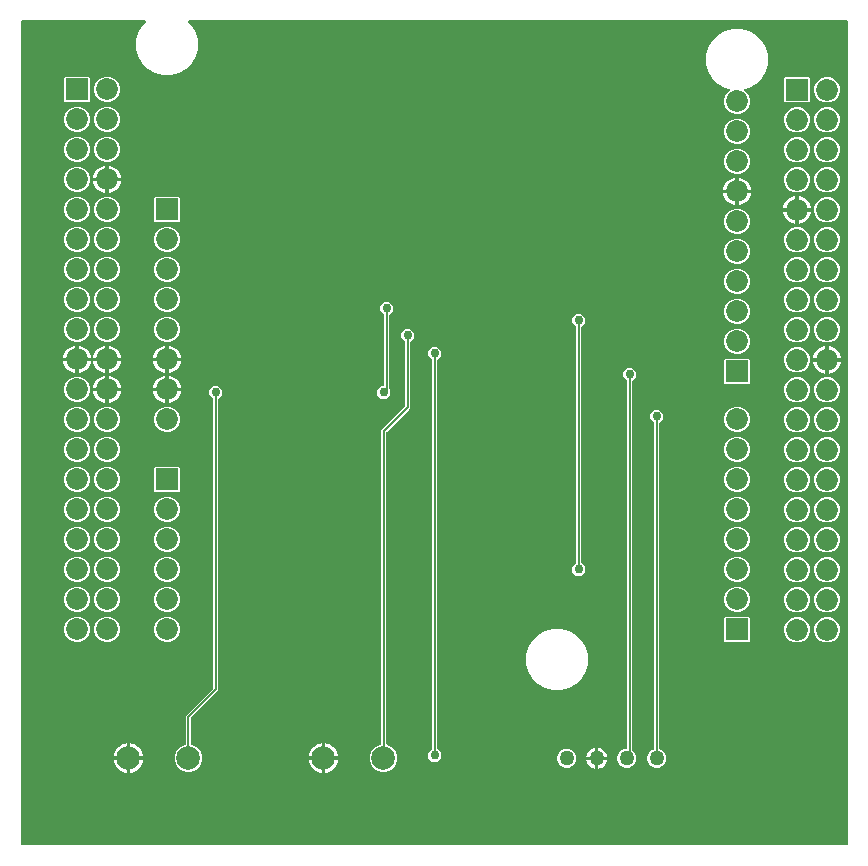
<source format=gbl>
G04 EAGLE Gerber RS-274X export*
G75*
%MOMM*%
%FSLAX34Y34*%
%LPD*%
%INBottom Copper*%
%IPPOS*%
%AMOC8*
5,1,8,0,0,1.08239X$1,22.5*%
G01*
%ADD10R,1.850000X1.850000*%
%ADD11C,1.850000*%
%ADD12C,1.270000*%
%ADD13C,2.000000*%
%ADD14C,0.756400*%
%ADD15C,0.152400*%

G36*
X687061Y40680D02*
X687061Y40680D01*
X687078Y40690D01*
X687098Y40694D01*
X687187Y40747D01*
X687278Y40796D01*
X687292Y40810D01*
X687309Y40820D01*
X687376Y40899D01*
X687448Y40974D01*
X687456Y40992D01*
X687469Y41007D01*
X687508Y41103D01*
X687551Y41197D01*
X687553Y41217D01*
X687561Y41235D01*
X687579Y41402D01*
X687579Y738278D01*
X687576Y738298D01*
X687578Y738317D01*
X687556Y738419D01*
X687540Y738521D01*
X687530Y738538D01*
X687526Y738558D01*
X687473Y738647D01*
X687424Y738738D01*
X687410Y738752D01*
X687400Y738769D01*
X687321Y738836D01*
X687246Y738908D01*
X687228Y738916D01*
X687213Y738929D01*
X687117Y738968D01*
X687023Y739011D01*
X687003Y739013D01*
X686985Y739021D01*
X686818Y739039D01*
X129599Y739039D01*
X129528Y739028D01*
X129456Y739026D01*
X129407Y739008D01*
X129356Y739000D01*
X129293Y738966D01*
X129225Y738941D01*
X129185Y738909D01*
X129138Y738884D01*
X129089Y738832D01*
X129033Y738788D01*
X129005Y738744D01*
X128969Y738706D01*
X128939Y738641D01*
X128900Y738581D01*
X128887Y738530D01*
X128865Y738483D01*
X128858Y738412D01*
X128840Y738342D01*
X128844Y738290D01*
X128838Y738239D01*
X128854Y738168D01*
X128859Y738097D01*
X128880Y738049D01*
X128891Y737998D01*
X128927Y737937D01*
X128956Y737871D01*
X129000Y737815D01*
X129017Y737787D01*
X129035Y737772D01*
X129060Y737740D01*
X132074Y734726D01*
X135501Y728789D01*
X137276Y722168D01*
X137276Y715312D01*
X135501Y708691D01*
X132074Y702754D01*
X127226Y697906D01*
X121289Y694479D01*
X114668Y692704D01*
X107812Y692704D01*
X101191Y694479D01*
X95254Y697906D01*
X90406Y702754D01*
X86979Y708691D01*
X85204Y715312D01*
X85204Y722168D01*
X86979Y728789D01*
X90406Y734726D01*
X93420Y737740D01*
X93462Y737798D01*
X93511Y737850D01*
X93533Y737897D01*
X93563Y737939D01*
X93584Y738008D01*
X93615Y738073D01*
X93620Y738125D01*
X93636Y738175D01*
X93634Y738246D01*
X93642Y738317D01*
X93631Y738368D01*
X93629Y738420D01*
X93605Y738488D01*
X93589Y738558D01*
X93563Y738603D01*
X93545Y738651D01*
X93500Y738707D01*
X93463Y738769D01*
X93424Y738803D01*
X93391Y738843D01*
X93331Y738882D01*
X93276Y738929D01*
X93228Y738948D01*
X93184Y738976D01*
X93115Y738994D01*
X93048Y739021D01*
X92977Y739029D01*
X92946Y739037D01*
X92922Y739035D01*
X92881Y739039D01*
X-11938Y739039D01*
X-11958Y739036D01*
X-11977Y739038D01*
X-12079Y739016D01*
X-12181Y739000D01*
X-12198Y738990D01*
X-12218Y738986D01*
X-12307Y738933D01*
X-12398Y738884D01*
X-12412Y738870D01*
X-12429Y738860D01*
X-12496Y738781D01*
X-12568Y738706D01*
X-12576Y738688D01*
X-12589Y738673D01*
X-12628Y738577D01*
X-12671Y738483D01*
X-12673Y738463D01*
X-12681Y738445D01*
X-12699Y738278D01*
X-12699Y41402D01*
X-12696Y41382D01*
X-12698Y41363D01*
X-12676Y41261D01*
X-12660Y41159D01*
X-12650Y41142D01*
X-12646Y41122D01*
X-12593Y41033D01*
X-12544Y40942D01*
X-12530Y40928D01*
X-12520Y40911D01*
X-12441Y40844D01*
X-12366Y40772D01*
X-12348Y40764D01*
X-12333Y40751D01*
X-12237Y40712D01*
X-12143Y40669D01*
X-12123Y40667D01*
X-12105Y40659D01*
X-11938Y40641D01*
X686818Y40641D01*
X686838Y40644D01*
X686857Y40642D01*
X686959Y40664D01*
X687061Y40680D01*
G37*
%LPC*%
G36*
X591697Y659705D02*
X591697Y659705D01*
X587737Y661346D01*
X584706Y664377D01*
X583065Y668337D01*
X583065Y672623D01*
X584706Y676583D01*
X587677Y679555D01*
X587719Y679614D01*
X587766Y679663D01*
X587776Y679683D01*
X587794Y679706D01*
X587804Y679732D01*
X587821Y679755D01*
X587845Y679832D01*
X587870Y679886D01*
X587872Y679904D01*
X587883Y679935D01*
X587885Y679963D01*
X587893Y679990D01*
X587891Y680078D01*
X587897Y680130D01*
X587894Y680145D01*
X587895Y680180D01*
X587887Y680207D01*
X587887Y680236D01*
X587855Y680324D01*
X587844Y680371D01*
X587838Y680381D01*
X587828Y680417D01*
X587812Y680440D01*
X587802Y680467D01*
X587743Y680541D01*
X587740Y680545D01*
X587718Y680582D01*
X587710Y680588D01*
X587689Y680620D01*
X587666Y680637D01*
X587649Y680659D01*
X587568Y680710D01*
X587564Y680714D01*
X587531Y680742D01*
X587522Y680745D01*
X587492Y680768D01*
X587459Y680780D01*
X587442Y680792D01*
X587410Y680800D01*
X587336Y680829D01*
X583791Y681779D01*
X577854Y685206D01*
X573006Y690054D01*
X569579Y695991D01*
X567804Y702612D01*
X567804Y709468D01*
X569579Y716089D01*
X573006Y722026D01*
X577854Y726874D01*
X583791Y730301D01*
X590412Y732076D01*
X597268Y732076D01*
X603889Y730301D01*
X609826Y726874D01*
X614674Y722026D01*
X618101Y716089D01*
X619876Y709468D01*
X619876Y702612D01*
X618101Y695991D01*
X614674Y690054D01*
X609826Y685206D01*
X603889Y681779D01*
X600344Y680829D01*
X600312Y680814D01*
X600301Y680812D01*
X600260Y680791D01*
X600257Y680789D01*
X600168Y680757D01*
X600146Y680739D01*
X600120Y680727D01*
X600092Y680702D01*
X600083Y680697D01*
X600054Y680667D01*
X600050Y680663D01*
X599976Y680603D01*
X599960Y680579D01*
X599940Y680560D01*
X599922Y680527D01*
X599914Y680519D01*
X599895Y680479D01*
X599894Y680476D01*
X599843Y680396D01*
X599836Y680369D01*
X599822Y680344D01*
X599816Y680307D01*
X599810Y680296D01*
X599805Y680247D01*
X599783Y680157D01*
X599785Y680129D01*
X599780Y680102D01*
X599785Y680067D01*
X599783Y680051D01*
X599795Y679998D01*
X599802Y679912D01*
X599813Y679886D01*
X599817Y679858D01*
X599831Y679830D01*
X599836Y679811D01*
X599867Y679758D01*
X599898Y679686D01*
X599920Y679658D01*
X599930Y679640D01*
X599949Y679621D01*
X599962Y679600D01*
X599978Y679586D01*
X600003Y679555D01*
X602974Y676583D01*
X604615Y672623D01*
X604615Y668337D01*
X602974Y664377D01*
X599943Y661346D01*
X595983Y659705D01*
X591697Y659705D01*
G37*
%LPD*%
%LPC*%
G36*
X438012Y172004D02*
X438012Y172004D01*
X431391Y173779D01*
X425454Y177206D01*
X420606Y182054D01*
X417179Y187991D01*
X415404Y194612D01*
X415404Y201468D01*
X417179Y208089D01*
X420606Y214026D01*
X425454Y218874D01*
X431391Y222301D01*
X438012Y224076D01*
X444868Y224076D01*
X451489Y222301D01*
X457426Y218874D01*
X462274Y214026D01*
X465701Y208089D01*
X467476Y201468D01*
X467476Y194612D01*
X465701Y187991D01*
X462274Y182054D01*
X457426Y177206D01*
X451489Y173779D01*
X444868Y172004D01*
X438012Y172004D01*
G37*
%LPD*%
%LPC*%
G36*
X292137Y103025D02*
X292137Y103025D01*
X287901Y104780D01*
X284659Y108022D01*
X282904Y112258D01*
X282904Y116842D01*
X284659Y121078D01*
X287901Y124320D01*
X291883Y125970D01*
X291983Y126031D01*
X292006Y126045D01*
X292025Y126056D01*
X292028Y126059D01*
X292083Y126091D01*
X292087Y126096D01*
X292092Y126099D01*
X292167Y126189D01*
X292243Y126278D01*
X292245Y126284D01*
X292249Y126289D01*
X292291Y126397D01*
X292335Y126506D01*
X292336Y126514D01*
X292337Y126519D01*
X292338Y126537D01*
X292353Y126673D01*
X292353Y392107D01*
X293916Y393670D01*
X312450Y412204D01*
X312503Y412278D01*
X312563Y412348D01*
X312575Y412378D01*
X312594Y412404D01*
X312621Y412491D01*
X312655Y412576D01*
X312659Y412617D01*
X312666Y412639D01*
X312665Y412671D01*
X312673Y412742D01*
X312673Y466907D01*
X312659Y466997D01*
X312651Y467088D01*
X312639Y467117D01*
X312634Y467149D01*
X312591Y467230D01*
X312555Y467314D01*
X312529Y467346D01*
X312518Y467367D01*
X312495Y467389D01*
X312450Y467445D01*
X309653Y470242D01*
X309653Y474638D01*
X312762Y477747D01*
X317158Y477747D01*
X320267Y474638D01*
X320267Y470242D01*
X317470Y467445D01*
X317423Y467379D01*
X317413Y467369D01*
X317410Y467363D01*
X317357Y467301D01*
X317345Y467271D01*
X317326Y467245D01*
X317299Y467158D01*
X317265Y467073D01*
X317261Y467032D01*
X317254Y467010D01*
X317255Y466978D01*
X317247Y466907D01*
X317247Y410533D01*
X315684Y408970D01*
X297150Y390436D01*
X297097Y390362D01*
X297037Y390292D01*
X297025Y390262D01*
X297006Y390236D01*
X296979Y390149D01*
X296945Y390064D01*
X296941Y390023D01*
X296934Y390001D01*
X296935Y389969D01*
X296927Y389898D01*
X296927Y126498D01*
X296946Y126384D01*
X296963Y126267D01*
X296965Y126262D01*
X296966Y126256D01*
X297021Y126153D01*
X297074Y126048D01*
X297079Y126044D01*
X297082Y126038D01*
X297166Y125958D01*
X297250Y125876D01*
X297256Y125872D01*
X297260Y125869D01*
X297277Y125861D01*
X297397Y125795D01*
X300957Y124320D01*
X304199Y121078D01*
X305954Y116842D01*
X305954Y112258D01*
X304199Y108022D01*
X300957Y104780D01*
X296721Y103025D01*
X292137Y103025D01*
G37*
%LPD*%
%LPC*%
G36*
X127037Y103025D02*
X127037Y103025D01*
X122801Y104780D01*
X119559Y108022D01*
X117804Y112258D01*
X117804Y116842D01*
X119559Y121078D01*
X122801Y124320D01*
X126572Y125882D01*
X126672Y125944D01*
X126772Y126004D01*
X126776Y126009D01*
X126781Y126012D01*
X126856Y126102D01*
X126932Y126191D01*
X126934Y126197D01*
X126938Y126202D01*
X126980Y126310D01*
X127024Y126419D01*
X127025Y126427D01*
X127026Y126431D01*
X127027Y126449D01*
X127042Y126586D01*
X127042Y150596D01*
X149890Y173444D01*
X149943Y173518D01*
X150003Y173588D01*
X150015Y173618D01*
X150034Y173644D01*
X150061Y173731D01*
X150095Y173816D01*
X150099Y173857D01*
X150106Y173879D01*
X150105Y173911D01*
X150113Y173983D01*
X150113Y418647D01*
X150099Y418737D01*
X150091Y418828D01*
X150079Y418857D01*
X150074Y418889D01*
X150031Y418970D01*
X149995Y419054D01*
X149969Y419086D01*
X149958Y419107D01*
X149935Y419129D01*
X149890Y419185D01*
X147093Y421982D01*
X147093Y426378D01*
X150202Y429487D01*
X154598Y429487D01*
X157707Y426378D01*
X157707Y421982D01*
X154910Y419185D01*
X154857Y419111D01*
X154797Y419041D01*
X154785Y419011D01*
X154766Y418985D01*
X154739Y418898D01*
X154705Y418813D01*
X154701Y418772D01*
X154694Y418750D01*
X154695Y418718D01*
X154687Y418647D01*
X154687Y171773D01*
X131839Y148925D01*
X131786Y148851D01*
X131726Y148781D01*
X131714Y148751D01*
X131695Y148725D01*
X131668Y148638D01*
X131634Y148553D01*
X131630Y148512D01*
X131623Y148490D01*
X131624Y148458D01*
X131616Y148386D01*
X131616Y126586D01*
X131635Y126471D01*
X131652Y126355D01*
X131654Y126349D01*
X131655Y126343D01*
X131710Y126240D01*
X131763Y126136D01*
X131768Y126131D01*
X131771Y126126D01*
X131855Y126046D01*
X131939Y125963D01*
X131945Y125960D01*
X131949Y125956D01*
X131966Y125948D01*
X132086Y125882D01*
X135857Y124320D01*
X139099Y121078D01*
X140854Y116842D01*
X140854Y112258D01*
X139099Y108022D01*
X135857Y104780D01*
X131621Y103025D01*
X127037Y103025D01*
G37*
%LPD*%
%LPC*%
G36*
X500115Y122214D02*
X500115Y122214D01*
X500132Y122224D01*
X500152Y122228D01*
X500241Y122281D01*
X500332Y122330D01*
X500346Y122344D01*
X500363Y122354D01*
X500430Y122433D01*
X500502Y122508D01*
X500510Y122526D01*
X500523Y122541D01*
X500562Y122637D01*
X500605Y122731D01*
X500607Y122751D01*
X500615Y122769D01*
X500633Y122936D01*
X500633Y433887D01*
X500619Y433977D01*
X500611Y434068D01*
X500599Y434097D01*
X500594Y434129D01*
X500551Y434210D01*
X500515Y434294D01*
X500489Y434326D01*
X500478Y434347D01*
X500455Y434369D01*
X500410Y434425D01*
X497613Y437222D01*
X497613Y441618D01*
X500722Y444727D01*
X505118Y444727D01*
X508227Y441618D01*
X508227Y437222D01*
X505430Y434425D01*
X505377Y434351D01*
X505317Y434281D01*
X505305Y434251D01*
X505286Y434225D01*
X505259Y434138D01*
X505225Y434053D01*
X505221Y434012D01*
X505214Y433990D01*
X505215Y433958D01*
X505207Y433887D01*
X505207Y120925D01*
X505221Y120835D01*
X505229Y120744D01*
X505241Y120714D01*
X505246Y120682D01*
X505289Y120602D01*
X505325Y120518D01*
X505351Y120486D01*
X505362Y120465D01*
X505385Y120443D01*
X505430Y120387D01*
X507056Y118761D01*
X508255Y115866D01*
X508255Y112734D01*
X507056Y109839D01*
X504841Y107624D01*
X501946Y106425D01*
X498814Y106425D01*
X495919Y107624D01*
X493704Y109839D01*
X492505Y112734D01*
X492505Y115866D01*
X493704Y118761D01*
X495919Y120976D01*
X498814Y122175D01*
X499872Y122175D01*
X499892Y122178D01*
X499911Y122176D01*
X500013Y122198D01*
X500115Y122214D01*
G37*
%LPD*%
%LPC*%
G36*
X335622Y111533D02*
X335622Y111533D01*
X332513Y114642D01*
X332513Y119038D01*
X335310Y121835D01*
X335363Y121909D01*
X335423Y121979D01*
X335435Y122009D01*
X335454Y122035D01*
X335481Y122122D01*
X335515Y122207D01*
X335519Y122248D01*
X335526Y122270D01*
X335525Y122302D01*
X335533Y122373D01*
X335533Y451667D01*
X335519Y451757D01*
X335511Y451848D01*
X335499Y451877D01*
X335494Y451909D01*
X335451Y451990D01*
X335415Y452074D01*
X335389Y452106D01*
X335378Y452127D01*
X335355Y452149D01*
X335310Y452205D01*
X332513Y455002D01*
X332513Y459398D01*
X335622Y462507D01*
X340018Y462507D01*
X343127Y459398D01*
X343127Y455002D01*
X340330Y452205D01*
X340277Y452131D01*
X340217Y452061D01*
X340205Y452031D01*
X340186Y452005D01*
X340159Y451918D01*
X340125Y451833D01*
X340121Y451792D01*
X340114Y451770D01*
X340115Y451738D01*
X340107Y451667D01*
X340107Y122373D01*
X340121Y122283D01*
X340129Y122192D01*
X340141Y122163D01*
X340146Y122131D01*
X340189Y122050D01*
X340225Y121966D01*
X340251Y121934D01*
X340262Y121913D01*
X340285Y121891D01*
X340330Y121835D01*
X343127Y119038D01*
X343127Y114642D01*
X340018Y111533D01*
X335622Y111533D01*
G37*
%LPD*%
%LPC*%
G36*
X524214Y106425D02*
X524214Y106425D01*
X521319Y107624D01*
X519104Y109839D01*
X517905Y112734D01*
X517905Y115866D01*
X519104Y118761D01*
X521319Y120976D01*
X523023Y121682D01*
X523123Y121744D01*
X523223Y121803D01*
X523227Y121808D01*
X523232Y121811D01*
X523307Y121902D01*
X523383Y121990D01*
X523385Y121996D01*
X523389Y122001D01*
X523431Y122109D01*
X523475Y122218D01*
X523476Y122226D01*
X523477Y122230D01*
X523478Y122249D01*
X523493Y122385D01*
X523493Y398327D01*
X523479Y398417D01*
X523471Y398508D01*
X523459Y398537D01*
X523454Y398569D01*
X523411Y398650D01*
X523375Y398734D01*
X523349Y398766D01*
X523338Y398787D01*
X523315Y398809D01*
X523270Y398865D01*
X520473Y401662D01*
X520473Y406058D01*
X523582Y409167D01*
X527978Y409167D01*
X531087Y406058D01*
X531087Y401662D01*
X528290Y398865D01*
X528237Y398791D01*
X528177Y398721D01*
X528165Y398691D01*
X528146Y398665D01*
X528119Y398578D01*
X528085Y398493D01*
X528081Y398452D01*
X528074Y398430D01*
X528075Y398398D01*
X528067Y398327D01*
X528067Y122385D01*
X528086Y122270D01*
X528103Y122154D01*
X528105Y122148D01*
X528106Y122142D01*
X528161Y122040D01*
X528214Y121935D01*
X528219Y121930D01*
X528222Y121925D01*
X528306Y121845D01*
X528390Y121763D01*
X528396Y121759D01*
X528400Y121755D01*
X528417Y121748D01*
X528537Y121682D01*
X530241Y120976D01*
X532456Y118761D01*
X533655Y115866D01*
X533655Y112734D01*
X532456Y109839D01*
X530241Y107624D01*
X527346Y106425D01*
X524214Y106425D01*
G37*
%LPD*%
%LPC*%
G36*
X457542Y269013D02*
X457542Y269013D01*
X454433Y272122D01*
X454433Y276518D01*
X457230Y279315D01*
X457283Y279389D01*
X457343Y279459D01*
X457355Y279489D01*
X457374Y279515D01*
X457401Y279602D01*
X457435Y279687D01*
X457439Y279728D01*
X457446Y279750D01*
X457445Y279782D01*
X457453Y279853D01*
X457453Y479607D01*
X457439Y479697D01*
X457431Y479788D01*
X457419Y479817D01*
X457414Y479849D01*
X457371Y479930D01*
X457335Y480014D01*
X457309Y480046D01*
X457298Y480067D01*
X457275Y480089D01*
X457230Y480145D01*
X454433Y482942D01*
X454433Y487338D01*
X457542Y490447D01*
X461938Y490447D01*
X465047Y487338D01*
X465047Y482942D01*
X462250Y480145D01*
X462197Y480071D01*
X462137Y480001D01*
X462125Y479971D01*
X462106Y479945D01*
X462079Y479858D01*
X462045Y479773D01*
X462041Y479732D01*
X462034Y479710D01*
X462035Y479678D01*
X462027Y479607D01*
X462027Y279853D01*
X462041Y279763D01*
X462049Y279672D01*
X462061Y279643D01*
X462066Y279611D01*
X462109Y279530D01*
X462145Y279446D01*
X462171Y279414D01*
X462182Y279393D01*
X462205Y279371D01*
X462250Y279315D01*
X465047Y276518D01*
X465047Y272122D01*
X461938Y269013D01*
X457542Y269013D01*
G37*
%LPD*%
%LPC*%
G36*
X294375Y429526D02*
X294375Y429526D01*
X294392Y429536D01*
X294412Y429540D01*
X294501Y429593D01*
X294592Y429642D01*
X294606Y429656D01*
X294623Y429666D01*
X294690Y429745D01*
X294762Y429820D01*
X294770Y429838D01*
X294783Y429853D01*
X294822Y429949D01*
X294865Y430043D01*
X294867Y430063D01*
X294875Y430081D01*
X294893Y430248D01*
X294893Y489767D01*
X294879Y489857D01*
X294871Y489948D01*
X294859Y489977D01*
X294854Y490009D01*
X294829Y490056D01*
X294828Y490058D01*
X294823Y490067D01*
X294811Y490090D01*
X294775Y490174D01*
X294749Y490206D01*
X294738Y490227D01*
X294715Y490249D01*
X294712Y490253D01*
X294702Y490269D01*
X294692Y490278D01*
X294670Y490305D01*
X291873Y493102D01*
X291873Y497498D01*
X294982Y500607D01*
X299378Y500607D01*
X302487Y497498D01*
X302487Y493102D01*
X299690Y490305D01*
X299646Y490244D01*
X299610Y490206D01*
X299604Y490193D01*
X299577Y490161D01*
X299565Y490131D01*
X299546Y490105D01*
X299519Y490018D01*
X299485Y489933D01*
X299481Y489892D01*
X299474Y489870D01*
X299475Y489838D01*
X299467Y489767D01*
X299467Y427173D01*
X299481Y427083D01*
X299489Y426992D01*
X299501Y426963D01*
X299506Y426931D01*
X299549Y426850D01*
X299585Y426766D01*
X299611Y426734D01*
X299622Y426713D01*
X299645Y426691D01*
X299690Y426635D01*
X299947Y426378D01*
X299947Y421982D01*
X296838Y418873D01*
X292442Y418873D01*
X289333Y421982D01*
X289333Y426378D01*
X292442Y429487D01*
X294132Y429487D01*
X294152Y429490D01*
X294171Y429488D01*
X294273Y429510D01*
X294375Y429526D01*
G37*
%LPD*%
%LPC*%
G36*
X583958Y212665D02*
X583958Y212665D01*
X583065Y213558D01*
X583065Y233322D01*
X583958Y234215D01*
X603722Y234215D01*
X604615Y233322D01*
X604615Y213558D01*
X603722Y212665D01*
X583958Y212665D01*
G37*
%LPD*%
%LPC*%
G36*
X25158Y669865D02*
X25158Y669865D01*
X24265Y670758D01*
X24265Y690522D01*
X25158Y691415D01*
X44922Y691415D01*
X45815Y690522D01*
X45815Y670758D01*
X44922Y669865D01*
X25158Y669865D01*
G37*
%LPD*%
%LPC*%
G36*
X101358Y339665D02*
X101358Y339665D01*
X100465Y340558D01*
X100465Y360322D01*
X101358Y361215D01*
X121122Y361215D01*
X122015Y360322D01*
X122015Y340558D01*
X121122Y339665D01*
X101358Y339665D01*
G37*
%LPD*%
%LPC*%
G36*
X634758Y669615D02*
X634758Y669615D01*
X633865Y670508D01*
X633865Y690272D01*
X634758Y691165D01*
X654522Y691165D01*
X655415Y690272D01*
X655415Y670508D01*
X654522Y669615D01*
X634758Y669615D01*
G37*
%LPD*%
%LPC*%
G36*
X101358Y568265D02*
X101358Y568265D01*
X100465Y569158D01*
X100465Y588922D01*
X101358Y589815D01*
X121122Y589815D01*
X122015Y588922D01*
X122015Y569158D01*
X121122Y568265D01*
X101358Y568265D01*
G37*
%LPD*%
%LPC*%
G36*
X583958Y431105D02*
X583958Y431105D01*
X583065Y431998D01*
X583065Y451762D01*
X583958Y452655D01*
X603722Y452655D01*
X604615Y451762D01*
X604615Y431998D01*
X603722Y431105D01*
X583958Y431105D01*
G37*
%LPD*%
%LPC*%
G36*
X58297Y669865D02*
X58297Y669865D01*
X54337Y671506D01*
X51306Y674537D01*
X49665Y678497D01*
X49665Y682783D01*
X51306Y686743D01*
X54337Y689774D01*
X58297Y691415D01*
X62583Y691415D01*
X66543Y689774D01*
X69574Y686743D01*
X71215Y682783D01*
X71215Y678497D01*
X69574Y674537D01*
X66543Y671506D01*
X62583Y669865D01*
X58297Y669865D01*
G37*
%LPD*%
%LPC*%
G36*
X667897Y669615D02*
X667897Y669615D01*
X663937Y671256D01*
X660906Y674287D01*
X659265Y678247D01*
X659265Y682533D01*
X660906Y686493D01*
X663937Y689524D01*
X667897Y691165D01*
X672183Y691165D01*
X676143Y689524D01*
X679174Y686493D01*
X680815Y682533D01*
X680815Y678247D01*
X679174Y674287D01*
X676143Y671256D01*
X672183Y669615D01*
X667897Y669615D01*
G37*
%LPD*%
%LPC*%
G36*
X58297Y644465D02*
X58297Y644465D01*
X54337Y646106D01*
X51306Y649137D01*
X49665Y653097D01*
X49665Y657383D01*
X51306Y661343D01*
X54337Y664374D01*
X58297Y666015D01*
X62583Y666015D01*
X66543Y664374D01*
X69574Y661343D01*
X71215Y657383D01*
X71215Y653097D01*
X69574Y649137D01*
X66543Y646106D01*
X62583Y644465D01*
X58297Y644465D01*
G37*
%LPD*%
%LPC*%
G36*
X32897Y644465D02*
X32897Y644465D01*
X28937Y646106D01*
X25906Y649137D01*
X24265Y653097D01*
X24265Y657383D01*
X25906Y661343D01*
X28937Y664374D01*
X32897Y666015D01*
X37183Y666015D01*
X41143Y664374D01*
X44174Y661343D01*
X45815Y657383D01*
X45815Y653097D01*
X44174Y649137D01*
X41143Y646106D01*
X37183Y644465D01*
X32897Y644465D01*
G37*
%LPD*%
%LPC*%
G36*
X667897Y644215D02*
X667897Y644215D01*
X663937Y645856D01*
X660906Y648887D01*
X659265Y652847D01*
X659265Y657133D01*
X660906Y661093D01*
X663937Y664124D01*
X667897Y665765D01*
X672183Y665765D01*
X676143Y664124D01*
X679174Y661093D01*
X680815Y657133D01*
X680815Y652847D01*
X679174Y648887D01*
X676143Y645856D01*
X672183Y644215D01*
X667897Y644215D01*
G37*
%LPD*%
%LPC*%
G36*
X642497Y644215D02*
X642497Y644215D01*
X638537Y645856D01*
X635506Y648887D01*
X633865Y652847D01*
X633865Y657133D01*
X635506Y661093D01*
X638537Y664124D01*
X642497Y665765D01*
X646783Y665765D01*
X650743Y664124D01*
X653774Y661093D01*
X655415Y657133D01*
X655415Y652847D01*
X653774Y648887D01*
X650743Y645856D01*
X646783Y644215D01*
X642497Y644215D01*
G37*
%LPD*%
%LPC*%
G36*
X591697Y634305D02*
X591697Y634305D01*
X587737Y635946D01*
X584706Y638977D01*
X583065Y642937D01*
X583065Y647223D01*
X584706Y651183D01*
X587737Y654214D01*
X591697Y655855D01*
X595983Y655855D01*
X599943Y654214D01*
X602974Y651183D01*
X604615Y647223D01*
X604615Y642937D01*
X602974Y638977D01*
X599943Y635946D01*
X595983Y634305D01*
X591697Y634305D01*
G37*
%LPD*%
%LPC*%
G36*
X58297Y619065D02*
X58297Y619065D01*
X54337Y620706D01*
X51306Y623737D01*
X49665Y627697D01*
X49665Y631983D01*
X51306Y635943D01*
X54337Y638974D01*
X58297Y640615D01*
X62583Y640615D01*
X66543Y638974D01*
X69574Y635943D01*
X71215Y631983D01*
X71215Y627697D01*
X69574Y623737D01*
X66543Y620706D01*
X62583Y619065D01*
X58297Y619065D01*
G37*
%LPD*%
%LPC*%
G36*
X32897Y619065D02*
X32897Y619065D01*
X28937Y620706D01*
X25906Y623737D01*
X24265Y627697D01*
X24265Y631983D01*
X25906Y635943D01*
X28937Y638974D01*
X32897Y640615D01*
X37183Y640615D01*
X41143Y638974D01*
X44174Y635943D01*
X45815Y631983D01*
X45815Y627697D01*
X44174Y623737D01*
X41143Y620706D01*
X37183Y619065D01*
X32897Y619065D01*
G37*
%LPD*%
%LPC*%
G36*
X642497Y618815D02*
X642497Y618815D01*
X638537Y620456D01*
X635506Y623487D01*
X633865Y627447D01*
X633865Y631733D01*
X635506Y635693D01*
X638537Y638724D01*
X642497Y640365D01*
X646783Y640365D01*
X650743Y638724D01*
X653774Y635693D01*
X655415Y631733D01*
X655415Y627447D01*
X653774Y623487D01*
X650743Y620456D01*
X646783Y618815D01*
X642497Y618815D01*
G37*
%LPD*%
%LPC*%
G36*
X667897Y618815D02*
X667897Y618815D01*
X663937Y620456D01*
X660906Y623487D01*
X659265Y627447D01*
X659265Y631733D01*
X660906Y635693D01*
X663937Y638724D01*
X667897Y640365D01*
X672183Y640365D01*
X676143Y638724D01*
X679174Y635693D01*
X680815Y631733D01*
X680815Y627447D01*
X679174Y623487D01*
X676143Y620456D01*
X672183Y618815D01*
X667897Y618815D01*
G37*
%LPD*%
%LPC*%
G36*
X591697Y608905D02*
X591697Y608905D01*
X587737Y610546D01*
X584706Y613577D01*
X583065Y617537D01*
X583065Y621823D01*
X584706Y625783D01*
X587737Y628814D01*
X591697Y630455D01*
X595983Y630455D01*
X599943Y628814D01*
X602974Y625783D01*
X604615Y621823D01*
X604615Y617537D01*
X602974Y613577D01*
X599943Y610546D01*
X595983Y608905D01*
X591697Y608905D01*
G37*
%LPD*%
%LPC*%
G36*
X667897Y314015D02*
X667897Y314015D01*
X663937Y315656D01*
X660906Y318687D01*
X659265Y322647D01*
X659265Y326933D01*
X660906Y330893D01*
X663937Y333924D01*
X667897Y335565D01*
X672183Y335565D01*
X676143Y333924D01*
X679174Y330893D01*
X680815Y326933D01*
X680815Y322647D01*
X679174Y318687D01*
X676143Y315656D01*
X672183Y314015D01*
X667897Y314015D01*
G37*
%LPD*%
%LPC*%
G36*
X58297Y288865D02*
X58297Y288865D01*
X54337Y290506D01*
X51306Y293537D01*
X49665Y297497D01*
X49665Y301783D01*
X51306Y305743D01*
X54337Y308774D01*
X58297Y310415D01*
X62583Y310415D01*
X66543Y308774D01*
X69574Y305743D01*
X71215Y301783D01*
X71215Y297497D01*
X69574Y293537D01*
X66543Y290506D01*
X62583Y288865D01*
X58297Y288865D01*
G37*
%LPD*%
%LPC*%
G36*
X32897Y593665D02*
X32897Y593665D01*
X28937Y595306D01*
X25906Y598337D01*
X24265Y602297D01*
X24265Y606583D01*
X25906Y610543D01*
X28937Y613574D01*
X32897Y615215D01*
X37183Y615215D01*
X41143Y613574D01*
X44174Y610543D01*
X45815Y606583D01*
X45815Y602297D01*
X44174Y598337D01*
X41143Y595306D01*
X37183Y593665D01*
X32897Y593665D01*
G37*
%LPD*%
%LPC*%
G36*
X642497Y593415D02*
X642497Y593415D01*
X638537Y595056D01*
X635506Y598087D01*
X633865Y602047D01*
X633865Y606333D01*
X635506Y610293D01*
X638537Y613324D01*
X642497Y614965D01*
X646783Y614965D01*
X650743Y613324D01*
X653774Y610293D01*
X655415Y606333D01*
X655415Y602047D01*
X653774Y598087D01*
X650743Y595056D01*
X646783Y593415D01*
X642497Y593415D01*
G37*
%LPD*%
%LPC*%
G36*
X667897Y593415D02*
X667897Y593415D01*
X663937Y595056D01*
X660906Y598087D01*
X659265Y602047D01*
X659265Y606333D01*
X660906Y610293D01*
X663937Y613324D01*
X667897Y614965D01*
X672183Y614965D01*
X676143Y613324D01*
X679174Y610293D01*
X680815Y606333D01*
X680815Y602047D01*
X679174Y598087D01*
X676143Y595056D01*
X672183Y593415D01*
X667897Y593415D01*
G37*
%LPD*%
%LPC*%
G36*
X667897Y542615D02*
X667897Y542615D01*
X663937Y544256D01*
X660906Y547287D01*
X659265Y551247D01*
X659265Y555533D01*
X660906Y559493D01*
X663937Y562524D01*
X667897Y564165D01*
X672183Y564165D01*
X676143Y562524D01*
X679174Y559493D01*
X680815Y555533D01*
X680815Y551247D01*
X679174Y547287D01*
X676143Y544256D01*
X672183Y542615D01*
X667897Y542615D01*
G37*
%LPD*%
%LPC*%
G36*
X591697Y288865D02*
X591697Y288865D01*
X587737Y290506D01*
X584706Y293537D01*
X583065Y297497D01*
X583065Y301783D01*
X584706Y305743D01*
X587737Y308774D01*
X591697Y310415D01*
X595983Y310415D01*
X599943Y308774D01*
X602974Y305743D01*
X604615Y301783D01*
X604615Y297497D01*
X602974Y293537D01*
X599943Y290506D01*
X595983Y288865D01*
X591697Y288865D01*
G37*
%LPD*%
%LPC*%
G36*
X32897Y288865D02*
X32897Y288865D01*
X28937Y290506D01*
X25906Y293537D01*
X24265Y297497D01*
X24265Y301783D01*
X25906Y305743D01*
X28937Y308774D01*
X32897Y310415D01*
X37183Y310415D01*
X41143Y308774D01*
X44174Y305743D01*
X45815Y301783D01*
X45815Y297497D01*
X44174Y293537D01*
X41143Y290506D01*
X37183Y288865D01*
X32897Y288865D01*
G37*
%LPD*%
%LPC*%
G36*
X109097Y288865D02*
X109097Y288865D01*
X105137Y290506D01*
X102106Y293537D01*
X100465Y297497D01*
X100465Y301783D01*
X102106Y305743D01*
X105137Y308774D01*
X109097Y310415D01*
X113383Y310415D01*
X117343Y308774D01*
X120374Y305743D01*
X122015Y301783D01*
X122015Y297497D01*
X120374Y293537D01*
X117343Y290506D01*
X113383Y288865D01*
X109097Y288865D01*
G37*
%LPD*%
%LPC*%
G36*
X642497Y288615D02*
X642497Y288615D01*
X638537Y290256D01*
X635506Y293287D01*
X633865Y297247D01*
X633865Y301533D01*
X635506Y305493D01*
X638537Y308524D01*
X642497Y310165D01*
X646783Y310165D01*
X650743Y308524D01*
X653774Y305493D01*
X655415Y301533D01*
X655415Y297247D01*
X653774Y293287D01*
X650743Y290256D01*
X646783Y288615D01*
X642497Y288615D01*
G37*
%LPD*%
%LPC*%
G36*
X667897Y288615D02*
X667897Y288615D01*
X663937Y290256D01*
X660906Y293287D01*
X659265Y297247D01*
X659265Y301533D01*
X660906Y305493D01*
X663937Y308524D01*
X667897Y310165D01*
X672183Y310165D01*
X676143Y308524D01*
X679174Y305493D01*
X680815Y301533D01*
X680815Y297247D01*
X679174Y293287D01*
X676143Y290256D01*
X672183Y288615D01*
X667897Y288615D01*
G37*
%LPD*%
%LPC*%
G36*
X32897Y263465D02*
X32897Y263465D01*
X28937Y265106D01*
X25906Y268137D01*
X24265Y272097D01*
X24265Y276383D01*
X25906Y280343D01*
X28937Y283374D01*
X32897Y285015D01*
X37183Y285015D01*
X41143Y283374D01*
X44174Y280343D01*
X45815Y276383D01*
X45815Y272097D01*
X44174Y268137D01*
X41143Y265106D01*
X37183Y263465D01*
X32897Y263465D01*
G37*
%LPD*%
%LPC*%
G36*
X591697Y263465D02*
X591697Y263465D01*
X587737Y265106D01*
X584706Y268137D01*
X583065Y272097D01*
X583065Y276383D01*
X584706Y280343D01*
X587737Y283374D01*
X591697Y285015D01*
X595983Y285015D01*
X599943Y283374D01*
X602974Y280343D01*
X604615Y276383D01*
X604615Y272097D01*
X602974Y268137D01*
X599943Y265106D01*
X595983Y263465D01*
X591697Y263465D01*
G37*
%LPD*%
%LPC*%
G36*
X58297Y263465D02*
X58297Y263465D01*
X54337Y265106D01*
X51306Y268137D01*
X49665Y272097D01*
X49665Y276383D01*
X51306Y280343D01*
X54337Y283374D01*
X58297Y285015D01*
X62583Y285015D01*
X66543Y283374D01*
X69574Y280343D01*
X71215Y276383D01*
X71215Y272097D01*
X69574Y268137D01*
X66543Y265106D01*
X62583Y263465D01*
X58297Y263465D01*
G37*
%LPD*%
%LPC*%
G36*
X109097Y263465D02*
X109097Y263465D01*
X105137Y265106D01*
X102106Y268137D01*
X100465Y272097D01*
X100465Y276383D01*
X102106Y280343D01*
X105137Y283374D01*
X109097Y285015D01*
X113383Y285015D01*
X117343Y283374D01*
X120374Y280343D01*
X122015Y276383D01*
X122015Y272097D01*
X120374Y268137D01*
X117343Y265106D01*
X113383Y263465D01*
X109097Y263465D01*
G37*
%LPD*%
%LPC*%
G36*
X58297Y568265D02*
X58297Y568265D01*
X54337Y569906D01*
X51306Y572937D01*
X49665Y576897D01*
X49665Y581183D01*
X51306Y585143D01*
X54337Y588174D01*
X58297Y589815D01*
X62583Y589815D01*
X66543Y588174D01*
X69574Y585143D01*
X71215Y581183D01*
X71215Y576897D01*
X69574Y572937D01*
X66543Y569906D01*
X62583Y568265D01*
X58297Y568265D01*
G37*
%LPD*%
%LPC*%
G36*
X32897Y568265D02*
X32897Y568265D01*
X28937Y569906D01*
X25906Y572937D01*
X24265Y576897D01*
X24265Y581183D01*
X25906Y585143D01*
X28937Y588174D01*
X32897Y589815D01*
X37183Y589815D01*
X41143Y588174D01*
X44174Y585143D01*
X45815Y581183D01*
X45815Y576897D01*
X44174Y572937D01*
X41143Y569906D01*
X37183Y568265D01*
X32897Y568265D01*
G37*
%LPD*%
%LPC*%
G36*
X667897Y568015D02*
X667897Y568015D01*
X663937Y569656D01*
X660906Y572687D01*
X659265Y576647D01*
X659265Y580933D01*
X660906Y584893D01*
X663937Y587924D01*
X667897Y589565D01*
X672183Y589565D01*
X676143Y587924D01*
X679174Y584893D01*
X680815Y580933D01*
X680815Y576647D01*
X679174Y572687D01*
X676143Y569656D01*
X672183Y568015D01*
X667897Y568015D01*
G37*
%LPD*%
%LPC*%
G36*
X591697Y558105D02*
X591697Y558105D01*
X587737Y559746D01*
X584706Y562777D01*
X583065Y566737D01*
X583065Y571023D01*
X584706Y574983D01*
X587737Y578014D01*
X591697Y579655D01*
X595983Y579655D01*
X599943Y578014D01*
X602974Y574983D01*
X604615Y571023D01*
X604615Y566737D01*
X602974Y562777D01*
X599943Y559746D01*
X595983Y558105D01*
X591697Y558105D01*
G37*
%LPD*%
%LPC*%
G36*
X642497Y263215D02*
X642497Y263215D01*
X638537Y264856D01*
X635506Y267887D01*
X633865Y271847D01*
X633865Y276133D01*
X635506Y280093D01*
X638537Y283124D01*
X642497Y284765D01*
X646783Y284765D01*
X650743Y283124D01*
X653774Y280093D01*
X655415Y276133D01*
X655415Y271847D01*
X653774Y267887D01*
X650743Y264856D01*
X646783Y263215D01*
X642497Y263215D01*
G37*
%LPD*%
%LPC*%
G36*
X667897Y263215D02*
X667897Y263215D01*
X663937Y264856D01*
X660906Y267887D01*
X659265Y271847D01*
X659265Y276133D01*
X660906Y280093D01*
X663937Y283124D01*
X667897Y284765D01*
X672183Y284765D01*
X676143Y283124D01*
X679174Y280093D01*
X680815Y276133D01*
X680815Y271847D01*
X679174Y267887D01*
X676143Y264856D01*
X672183Y263215D01*
X667897Y263215D01*
G37*
%LPD*%
%LPC*%
G36*
X591697Y238065D02*
X591697Y238065D01*
X587737Y239706D01*
X584706Y242737D01*
X583065Y246697D01*
X583065Y250983D01*
X584706Y254943D01*
X587737Y257974D01*
X591697Y259615D01*
X595983Y259615D01*
X599943Y257974D01*
X602974Y254943D01*
X604615Y250983D01*
X604615Y246697D01*
X602974Y242737D01*
X599943Y239706D01*
X595983Y238065D01*
X591697Y238065D01*
G37*
%LPD*%
%LPC*%
G36*
X109097Y542865D02*
X109097Y542865D01*
X105137Y544506D01*
X102106Y547537D01*
X100465Y551497D01*
X100465Y555783D01*
X102106Y559743D01*
X105137Y562774D01*
X109097Y564415D01*
X113383Y564415D01*
X117343Y562774D01*
X120374Y559743D01*
X122015Y555783D01*
X122015Y551497D01*
X120374Y547537D01*
X117343Y544506D01*
X113383Y542865D01*
X109097Y542865D01*
G37*
%LPD*%
%LPC*%
G36*
X58297Y542865D02*
X58297Y542865D01*
X54337Y544506D01*
X51306Y547537D01*
X49665Y551497D01*
X49665Y555783D01*
X51306Y559743D01*
X54337Y562774D01*
X58297Y564415D01*
X62583Y564415D01*
X66543Y562774D01*
X69574Y559743D01*
X71215Y555783D01*
X71215Y551497D01*
X69574Y547537D01*
X66543Y544506D01*
X62583Y542865D01*
X58297Y542865D01*
G37*
%LPD*%
%LPC*%
G36*
X32897Y542865D02*
X32897Y542865D01*
X28937Y544506D01*
X25906Y547537D01*
X24265Y551497D01*
X24265Y555783D01*
X25906Y559743D01*
X28937Y562774D01*
X32897Y564415D01*
X37183Y564415D01*
X41143Y562774D01*
X44174Y559743D01*
X45815Y555783D01*
X45815Y551497D01*
X44174Y547537D01*
X41143Y544506D01*
X37183Y542865D01*
X32897Y542865D01*
G37*
%LPD*%
%LPC*%
G36*
X109097Y238065D02*
X109097Y238065D01*
X105137Y239706D01*
X102106Y242737D01*
X100465Y246697D01*
X100465Y250983D01*
X102106Y254943D01*
X105137Y257974D01*
X109097Y259615D01*
X113383Y259615D01*
X117343Y257974D01*
X120374Y254943D01*
X122015Y250983D01*
X122015Y246697D01*
X120374Y242737D01*
X117343Y239706D01*
X113383Y238065D01*
X109097Y238065D01*
G37*
%LPD*%
%LPC*%
G36*
X642497Y542615D02*
X642497Y542615D01*
X638537Y544256D01*
X635506Y547287D01*
X633865Y551247D01*
X633865Y555533D01*
X635506Y559493D01*
X638537Y562524D01*
X642497Y564165D01*
X646783Y564165D01*
X650743Y562524D01*
X653774Y559493D01*
X655415Y555533D01*
X655415Y551247D01*
X653774Y547287D01*
X650743Y544256D01*
X646783Y542615D01*
X642497Y542615D01*
G37*
%LPD*%
%LPC*%
G36*
X591697Y532705D02*
X591697Y532705D01*
X587737Y534346D01*
X584706Y537377D01*
X583065Y541337D01*
X583065Y545623D01*
X584706Y549583D01*
X587737Y552614D01*
X591697Y554255D01*
X595983Y554255D01*
X599943Y552614D01*
X602974Y549583D01*
X604615Y545623D01*
X604615Y541337D01*
X602974Y537377D01*
X599943Y534346D01*
X595983Y532705D01*
X591697Y532705D01*
G37*
%LPD*%
%LPC*%
G36*
X109097Y517465D02*
X109097Y517465D01*
X105137Y519106D01*
X102106Y522137D01*
X100465Y526097D01*
X100465Y530383D01*
X102106Y534343D01*
X105137Y537374D01*
X109097Y539015D01*
X113383Y539015D01*
X117343Y537374D01*
X120374Y534343D01*
X122015Y530383D01*
X122015Y526097D01*
X120374Y522137D01*
X117343Y519106D01*
X113383Y517465D01*
X109097Y517465D01*
G37*
%LPD*%
%LPC*%
G36*
X58297Y517465D02*
X58297Y517465D01*
X54337Y519106D01*
X51306Y522137D01*
X49665Y526097D01*
X49665Y530383D01*
X51306Y534343D01*
X54337Y537374D01*
X58297Y539015D01*
X62583Y539015D01*
X66543Y537374D01*
X69574Y534343D01*
X71215Y530383D01*
X71215Y526097D01*
X69574Y522137D01*
X66543Y519106D01*
X62583Y517465D01*
X58297Y517465D01*
G37*
%LPD*%
%LPC*%
G36*
X32897Y517465D02*
X32897Y517465D01*
X28937Y519106D01*
X25906Y522137D01*
X24265Y526097D01*
X24265Y530383D01*
X25906Y534343D01*
X28937Y537374D01*
X32897Y539015D01*
X37183Y539015D01*
X41143Y537374D01*
X44174Y534343D01*
X45815Y530383D01*
X45815Y526097D01*
X44174Y522137D01*
X41143Y519106D01*
X37183Y517465D01*
X32897Y517465D01*
G37*
%LPD*%
%LPC*%
G36*
X667897Y517215D02*
X667897Y517215D01*
X663937Y518856D01*
X660906Y521887D01*
X659265Y525847D01*
X659265Y530133D01*
X660906Y534093D01*
X663937Y537124D01*
X667897Y538765D01*
X672183Y538765D01*
X676143Y537124D01*
X679174Y534093D01*
X680815Y530133D01*
X680815Y525847D01*
X679174Y521887D01*
X676143Y518856D01*
X672183Y517215D01*
X667897Y517215D01*
G37*
%LPD*%
%LPC*%
G36*
X642497Y517215D02*
X642497Y517215D01*
X638537Y518856D01*
X635506Y521887D01*
X633865Y525847D01*
X633865Y530133D01*
X635506Y534093D01*
X638537Y537124D01*
X642497Y538765D01*
X646783Y538765D01*
X650743Y537124D01*
X653774Y534093D01*
X655415Y530133D01*
X655415Y525847D01*
X653774Y521887D01*
X650743Y518856D01*
X646783Y517215D01*
X642497Y517215D01*
G37*
%LPD*%
%LPC*%
G36*
X591697Y507305D02*
X591697Y507305D01*
X587737Y508946D01*
X584706Y511977D01*
X583065Y515937D01*
X583065Y520223D01*
X584706Y524183D01*
X587737Y527214D01*
X591697Y528855D01*
X595983Y528855D01*
X599943Y527214D01*
X602974Y524183D01*
X604615Y520223D01*
X604615Y515937D01*
X602974Y511977D01*
X599943Y508946D01*
X595983Y507305D01*
X591697Y507305D01*
G37*
%LPD*%
%LPC*%
G36*
X109097Y492065D02*
X109097Y492065D01*
X105137Y493706D01*
X102106Y496737D01*
X100465Y500697D01*
X100465Y504983D01*
X102106Y508943D01*
X105137Y511974D01*
X109097Y513615D01*
X113383Y513615D01*
X117343Y511974D01*
X120374Y508943D01*
X122015Y504983D01*
X122015Y500697D01*
X120374Y496737D01*
X117343Y493706D01*
X113383Y492065D01*
X109097Y492065D01*
G37*
%LPD*%
%LPC*%
G36*
X58297Y492065D02*
X58297Y492065D01*
X54337Y493706D01*
X51306Y496737D01*
X49665Y500697D01*
X49665Y504983D01*
X51306Y508943D01*
X54337Y511974D01*
X58297Y513615D01*
X62583Y513615D01*
X66543Y511974D01*
X69574Y508943D01*
X71215Y504983D01*
X71215Y500697D01*
X69574Y496737D01*
X66543Y493706D01*
X62583Y492065D01*
X58297Y492065D01*
G37*
%LPD*%
%LPC*%
G36*
X32897Y492065D02*
X32897Y492065D01*
X28937Y493706D01*
X25906Y496737D01*
X24265Y500697D01*
X24265Y504983D01*
X25906Y508943D01*
X28937Y511974D01*
X32897Y513615D01*
X37183Y513615D01*
X41143Y511974D01*
X44174Y508943D01*
X45815Y504983D01*
X45815Y500697D01*
X44174Y496737D01*
X41143Y493706D01*
X37183Y492065D01*
X32897Y492065D01*
G37*
%LPD*%
%LPC*%
G36*
X667897Y491815D02*
X667897Y491815D01*
X663937Y493456D01*
X660906Y496487D01*
X659265Y500447D01*
X659265Y504733D01*
X660906Y508693D01*
X663937Y511724D01*
X667897Y513365D01*
X672183Y513365D01*
X676143Y511724D01*
X679174Y508693D01*
X680815Y504733D01*
X680815Y500447D01*
X679174Y496487D01*
X676143Y493456D01*
X672183Y491815D01*
X667897Y491815D01*
G37*
%LPD*%
%LPC*%
G36*
X642497Y491815D02*
X642497Y491815D01*
X638537Y493456D01*
X635506Y496487D01*
X633865Y500447D01*
X633865Y504733D01*
X635506Y508693D01*
X638537Y511724D01*
X642497Y513365D01*
X646783Y513365D01*
X650743Y511724D01*
X653774Y508693D01*
X655415Y504733D01*
X655415Y500447D01*
X653774Y496487D01*
X650743Y493456D01*
X646783Y491815D01*
X642497Y491815D01*
G37*
%LPD*%
%LPC*%
G36*
X591697Y481905D02*
X591697Y481905D01*
X587737Y483546D01*
X584706Y486577D01*
X583065Y490537D01*
X583065Y494823D01*
X584706Y498783D01*
X587737Y501814D01*
X591697Y503455D01*
X595983Y503455D01*
X599943Y501814D01*
X602974Y498783D01*
X604615Y494823D01*
X604615Y490537D01*
X602974Y486577D01*
X599943Y483546D01*
X595983Y481905D01*
X591697Y481905D01*
G37*
%LPD*%
%LPC*%
G36*
X109097Y466665D02*
X109097Y466665D01*
X105137Y468306D01*
X102106Y471337D01*
X100465Y475297D01*
X100465Y479583D01*
X102106Y483543D01*
X105137Y486574D01*
X109097Y488215D01*
X113383Y488215D01*
X117343Y486574D01*
X120374Y483543D01*
X122015Y479583D01*
X122015Y475297D01*
X120374Y471337D01*
X117343Y468306D01*
X113383Y466665D01*
X109097Y466665D01*
G37*
%LPD*%
%LPC*%
G36*
X58297Y466665D02*
X58297Y466665D01*
X54337Y468306D01*
X51306Y471337D01*
X49665Y475297D01*
X49665Y479583D01*
X51306Y483543D01*
X54337Y486574D01*
X58297Y488215D01*
X62583Y488215D01*
X66543Y486574D01*
X69574Y483543D01*
X71215Y479583D01*
X71215Y475297D01*
X69574Y471337D01*
X66543Y468306D01*
X62583Y466665D01*
X58297Y466665D01*
G37*
%LPD*%
%LPC*%
G36*
X32897Y466665D02*
X32897Y466665D01*
X28937Y468306D01*
X25906Y471337D01*
X24265Y475297D01*
X24265Y479583D01*
X25906Y483543D01*
X28937Y486574D01*
X32897Y488215D01*
X37183Y488215D01*
X41143Y486574D01*
X44174Y483543D01*
X45815Y479583D01*
X45815Y475297D01*
X44174Y471337D01*
X41143Y468306D01*
X37183Y466665D01*
X32897Y466665D01*
G37*
%LPD*%
%LPC*%
G36*
X667897Y466415D02*
X667897Y466415D01*
X663937Y468056D01*
X660906Y471087D01*
X659265Y475047D01*
X659265Y479333D01*
X660906Y483293D01*
X663937Y486324D01*
X667897Y487965D01*
X672183Y487965D01*
X676143Y486324D01*
X679174Y483293D01*
X680815Y479333D01*
X680815Y475047D01*
X679174Y471087D01*
X676143Y468056D01*
X672183Y466415D01*
X667897Y466415D01*
G37*
%LPD*%
%LPC*%
G36*
X642497Y466415D02*
X642497Y466415D01*
X638537Y468056D01*
X635506Y471087D01*
X633865Y475047D01*
X633865Y479333D01*
X635506Y483293D01*
X638537Y486324D01*
X642497Y487965D01*
X646783Y487965D01*
X650743Y486324D01*
X653774Y483293D01*
X655415Y479333D01*
X655415Y475047D01*
X653774Y471087D01*
X650743Y468056D01*
X646783Y466415D01*
X642497Y466415D01*
G37*
%LPD*%
%LPC*%
G36*
X591697Y456505D02*
X591697Y456505D01*
X587737Y458146D01*
X584706Y461177D01*
X583065Y465137D01*
X583065Y469423D01*
X584706Y473383D01*
X587737Y476414D01*
X591697Y478055D01*
X595983Y478055D01*
X599943Y476414D01*
X602974Y473383D01*
X604615Y469423D01*
X604615Y465137D01*
X602974Y461177D01*
X599943Y458146D01*
X595983Y456505D01*
X591697Y456505D01*
G37*
%LPD*%
%LPC*%
G36*
X58297Y238065D02*
X58297Y238065D01*
X54337Y239706D01*
X51306Y242737D01*
X49665Y246697D01*
X49665Y250983D01*
X51306Y254943D01*
X54337Y257974D01*
X58297Y259615D01*
X62583Y259615D01*
X66543Y257974D01*
X69574Y254943D01*
X71215Y250983D01*
X71215Y246697D01*
X69574Y242737D01*
X66543Y239706D01*
X62583Y238065D01*
X58297Y238065D01*
G37*
%LPD*%
%LPC*%
G36*
X32897Y238065D02*
X32897Y238065D01*
X28937Y239706D01*
X25906Y242737D01*
X24265Y246697D01*
X24265Y250983D01*
X25906Y254943D01*
X28937Y257974D01*
X32897Y259615D01*
X37183Y259615D01*
X41143Y257974D01*
X44174Y254943D01*
X45815Y250983D01*
X45815Y246697D01*
X44174Y242737D01*
X41143Y239706D01*
X37183Y238065D01*
X32897Y238065D01*
G37*
%LPD*%
%LPC*%
G36*
X667897Y237815D02*
X667897Y237815D01*
X663937Y239456D01*
X660906Y242487D01*
X659265Y246447D01*
X659265Y250733D01*
X660906Y254693D01*
X663937Y257724D01*
X667897Y259365D01*
X672183Y259365D01*
X676143Y257724D01*
X679174Y254693D01*
X680815Y250733D01*
X680815Y246447D01*
X679174Y242487D01*
X676143Y239456D01*
X672183Y237815D01*
X667897Y237815D01*
G37*
%LPD*%
%LPC*%
G36*
X642497Y237815D02*
X642497Y237815D01*
X638537Y239456D01*
X635506Y242487D01*
X633865Y246447D01*
X633865Y250733D01*
X635506Y254693D01*
X638537Y257724D01*
X642497Y259365D01*
X646783Y259365D01*
X650743Y257724D01*
X653774Y254693D01*
X655415Y250733D01*
X655415Y246447D01*
X653774Y242487D01*
X650743Y239456D01*
X646783Y237815D01*
X642497Y237815D01*
G37*
%LPD*%
%LPC*%
G36*
X58297Y212665D02*
X58297Y212665D01*
X54337Y214306D01*
X51306Y217337D01*
X49665Y221297D01*
X49665Y225583D01*
X51306Y229543D01*
X54337Y232574D01*
X58297Y234215D01*
X62583Y234215D01*
X66543Y232574D01*
X69574Y229543D01*
X71215Y225583D01*
X71215Y221297D01*
X69574Y217337D01*
X66543Y214306D01*
X62583Y212665D01*
X58297Y212665D01*
G37*
%LPD*%
%LPC*%
G36*
X32897Y212665D02*
X32897Y212665D01*
X28937Y214306D01*
X25906Y217337D01*
X24265Y221297D01*
X24265Y225583D01*
X25906Y229543D01*
X28937Y232574D01*
X32897Y234215D01*
X37183Y234215D01*
X41143Y232574D01*
X44174Y229543D01*
X45815Y225583D01*
X45815Y221297D01*
X44174Y217337D01*
X41143Y214306D01*
X37183Y212665D01*
X32897Y212665D01*
G37*
%LPD*%
%LPC*%
G36*
X109097Y212665D02*
X109097Y212665D01*
X105137Y214306D01*
X102106Y217337D01*
X100465Y221297D01*
X100465Y225583D01*
X102106Y229543D01*
X105137Y232574D01*
X109097Y234215D01*
X113383Y234215D01*
X117343Y232574D01*
X120374Y229543D01*
X122015Y225583D01*
X122015Y221297D01*
X120374Y217337D01*
X117343Y214306D01*
X113383Y212665D01*
X109097Y212665D01*
G37*
%LPD*%
%LPC*%
G36*
X667897Y212415D02*
X667897Y212415D01*
X663937Y214056D01*
X660906Y217087D01*
X659265Y221047D01*
X659265Y225333D01*
X660906Y229293D01*
X663937Y232324D01*
X667897Y233965D01*
X672183Y233965D01*
X676143Y232324D01*
X679174Y229293D01*
X680815Y225333D01*
X680815Y221047D01*
X679174Y217087D01*
X676143Y214056D01*
X672183Y212415D01*
X667897Y212415D01*
G37*
%LPD*%
%LPC*%
G36*
X642497Y441015D02*
X642497Y441015D01*
X638537Y442656D01*
X635506Y445687D01*
X633865Y449647D01*
X633865Y453933D01*
X635506Y457893D01*
X638537Y460924D01*
X642497Y462565D01*
X646783Y462565D01*
X650743Y460924D01*
X653774Y457893D01*
X655415Y453933D01*
X655415Y449647D01*
X653774Y445687D01*
X650743Y442656D01*
X646783Y441015D01*
X642497Y441015D01*
G37*
%LPD*%
%LPC*%
G36*
X642497Y212415D02*
X642497Y212415D01*
X638537Y214056D01*
X635506Y217087D01*
X633865Y221047D01*
X633865Y225333D01*
X635506Y229293D01*
X638537Y232324D01*
X642497Y233965D01*
X646783Y233965D01*
X650743Y232324D01*
X653774Y229293D01*
X655415Y225333D01*
X655415Y221047D01*
X653774Y217087D01*
X650743Y214056D01*
X646783Y212415D01*
X642497Y212415D01*
G37*
%LPD*%
%LPC*%
G36*
X109097Y390465D02*
X109097Y390465D01*
X105137Y392106D01*
X102106Y395137D01*
X100465Y399097D01*
X100465Y403383D01*
X102106Y407343D01*
X105137Y410374D01*
X109097Y412015D01*
X113383Y412015D01*
X117343Y410374D01*
X120374Y407343D01*
X122015Y403383D01*
X122015Y399097D01*
X120374Y395137D01*
X117343Y392106D01*
X113383Y390465D01*
X109097Y390465D01*
G37*
%LPD*%
%LPC*%
G36*
X32897Y415865D02*
X32897Y415865D01*
X28937Y417506D01*
X25906Y420537D01*
X24265Y424497D01*
X24265Y428783D01*
X25906Y432743D01*
X28937Y435774D01*
X32897Y437415D01*
X37183Y437415D01*
X41143Y435774D01*
X44174Y432743D01*
X45815Y428783D01*
X45815Y424497D01*
X44174Y420537D01*
X41143Y417506D01*
X37183Y415865D01*
X32897Y415865D01*
G37*
%LPD*%
%LPC*%
G36*
X667897Y415615D02*
X667897Y415615D01*
X663937Y417256D01*
X660906Y420287D01*
X659265Y424247D01*
X659265Y428533D01*
X660906Y432493D01*
X663937Y435524D01*
X667897Y437165D01*
X672183Y437165D01*
X676143Y435524D01*
X679174Y432493D01*
X680815Y428533D01*
X680815Y424247D01*
X679174Y420287D01*
X676143Y417256D01*
X672183Y415615D01*
X667897Y415615D01*
G37*
%LPD*%
%LPC*%
G36*
X642497Y415615D02*
X642497Y415615D01*
X638537Y417256D01*
X635506Y420287D01*
X633865Y424247D01*
X633865Y428533D01*
X635506Y432493D01*
X638537Y435524D01*
X642497Y437165D01*
X646783Y437165D01*
X650743Y435524D01*
X653774Y432493D01*
X655415Y428533D01*
X655415Y424247D01*
X653774Y420287D01*
X650743Y417256D01*
X646783Y415615D01*
X642497Y415615D01*
G37*
%LPD*%
%LPC*%
G36*
X591697Y390465D02*
X591697Y390465D01*
X587737Y392106D01*
X584706Y395137D01*
X583065Y399097D01*
X583065Y403383D01*
X584706Y407343D01*
X587737Y410374D01*
X591697Y412015D01*
X595983Y412015D01*
X599943Y410374D01*
X602974Y407343D01*
X604615Y403383D01*
X604615Y399097D01*
X602974Y395137D01*
X599943Y392106D01*
X595983Y390465D01*
X591697Y390465D01*
G37*
%LPD*%
%LPC*%
G36*
X58297Y390465D02*
X58297Y390465D01*
X54337Y392106D01*
X51306Y395137D01*
X49665Y399097D01*
X49665Y403383D01*
X51306Y407343D01*
X54337Y410374D01*
X58297Y412015D01*
X62583Y412015D01*
X66543Y410374D01*
X69574Y407343D01*
X71215Y403383D01*
X71215Y399097D01*
X69574Y395137D01*
X66543Y392106D01*
X62583Y390465D01*
X58297Y390465D01*
G37*
%LPD*%
%LPC*%
G36*
X32897Y390465D02*
X32897Y390465D01*
X28937Y392106D01*
X25906Y395137D01*
X24265Y399097D01*
X24265Y403383D01*
X25906Y407343D01*
X28937Y410374D01*
X32897Y412015D01*
X37183Y412015D01*
X41143Y410374D01*
X44174Y407343D01*
X45815Y403383D01*
X45815Y399097D01*
X44174Y395137D01*
X41143Y392106D01*
X37183Y390465D01*
X32897Y390465D01*
G37*
%LPD*%
%LPC*%
G36*
X667897Y390215D02*
X667897Y390215D01*
X663937Y391856D01*
X660906Y394887D01*
X659265Y398847D01*
X659265Y403133D01*
X660906Y407093D01*
X663937Y410124D01*
X667897Y411765D01*
X672183Y411765D01*
X676143Y410124D01*
X679174Y407093D01*
X680815Y403133D01*
X680815Y398847D01*
X679174Y394887D01*
X676143Y391856D01*
X672183Y390215D01*
X667897Y390215D01*
G37*
%LPD*%
%LPC*%
G36*
X642497Y390215D02*
X642497Y390215D01*
X638537Y391856D01*
X635506Y394887D01*
X633865Y398847D01*
X633865Y403133D01*
X635506Y407093D01*
X638537Y410124D01*
X642497Y411765D01*
X646783Y411765D01*
X650743Y410124D01*
X653774Y407093D01*
X655415Y403133D01*
X655415Y398847D01*
X653774Y394887D01*
X650743Y391856D01*
X646783Y390215D01*
X642497Y390215D01*
G37*
%LPD*%
%LPC*%
G36*
X591697Y365065D02*
X591697Y365065D01*
X587737Y366706D01*
X584706Y369737D01*
X583065Y373697D01*
X583065Y377983D01*
X584706Y381943D01*
X587737Y384974D01*
X591697Y386615D01*
X595983Y386615D01*
X599943Y384974D01*
X602974Y381943D01*
X604615Y377983D01*
X604615Y373697D01*
X602974Y369737D01*
X599943Y366706D01*
X595983Y365065D01*
X591697Y365065D01*
G37*
%LPD*%
%LPC*%
G36*
X58297Y365065D02*
X58297Y365065D01*
X54337Y366706D01*
X51306Y369737D01*
X49665Y373697D01*
X49665Y377983D01*
X51306Y381943D01*
X54337Y384974D01*
X58297Y386615D01*
X62583Y386615D01*
X66543Y384974D01*
X69574Y381943D01*
X71215Y377983D01*
X71215Y373697D01*
X69574Y369737D01*
X66543Y366706D01*
X62583Y365065D01*
X58297Y365065D01*
G37*
%LPD*%
%LPC*%
G36*
X32897Y365065D02*
X32897Y365065D01*
X28937Y366706D01*
X25906Y369737D01*
X24265Y373697D01*
X24265Y377983D01*
X25906Y381943D01*
X28937Y384974D01*
X32897Y386615D01*
X37183Y386615D01*
X41143Y384974D01*
X44174Y381943D01*
X45815Y377983D01*
X45815Y373697D01*
X44174Y369737D01*
X41143Y366706D01*
X37183Y365065D01*
X32897Y365065D01*
G37*
%LPD*%
%LPC*%
G36*
X667897Y364815D02*
X667897Y364815D01*
X663937Y366456D01*
X660906Y369487D01*
X659265Y373447D01*
X659265Y377733D01*
X660906Y381693D01*
X663937Y384724D01*
X667897Y386365D01*
X672183Y386365D01*
X676143Y384724D01*
X679174Y381693D01*
X680815Y377733D01*
X680815Y373447D01*
X679174Y369487D01*
X676143Y366456D01*
X672183Y364815D01*
X667897Y364815D01*
G37*
%LPD*%
%LPC*%
G36*
X642497Y364815D02*
X642497Y364815D01*
X638537Y366456D01*
X635506Y369487D01*
X633865Y373447D01*
X633865Y377733D01*
X635506Y381693D01*
X638537Y384724D01*
X642497Y386365D01*
X646783Y386365D01*
X650743Y384724D01*
X653774Y381693D01*
X655415Y377733D01*
X655415Y373447D01*
X653774Y369487D01*
X650743Y366456D01*
X646783Y364815D01*
X642497Y364815D01*
G37*
%LPD*%
%LPC*%
G36*
X591697Y339665D02*
X591697Y339665D01*
X587737Y341306D01*
X584706Y344337D01*
X583065Y348297D01*
X583065Y352583D01*
X584706Y356543D01*
X587737Y359574D01*
X591697Y361215D01*
X595983Y361215D01*
X599943Y359574D01*
X602974Y356543D01*
X604615Y352583D01*
X604615Y348297D01*
X602974Y344337D01*
X599943Y341306D01*
X595983Y339665D01*
X591697Y339665D01*
G37*
%LPD*%
%LPC*%
G36*
X58297Y339665D02*
X58297Y339665D01*
X54337Y341306D01*
X51306Y344337D01*
X49665Y348297D01*
X49665Y352583D01*
X51306Y356543D01*
X54337Y359574D01*
X58297Y361215D01*
X62583Y361215D01*
X66543Y359574D01*
X69574Y356543D01*
X71215Y352583D01*
X71215Y348297D01*
X69574Y344337D01*
X66543Y341306D01*
X62583Y339665D01*
X58297Y339665D01*
G37*
%LPD*%
%LPC*%
G36*
X32897Y339665D02*
X32897Y339665D01*
X28937Y341306D01*
X25906Y344337D01*
X24265Y348297D01*
X24265Y352583D01*
X25906Y356543D01*
X28937Y359574D01*
X32897Y361215D01*
X37183Y361215D01*
X41143Y359574D01*
X44174Y356543D01*
X45815Y352583D01*
X45815Y348297D01*
X44174Y344337D01*
X41143Y341306D01*
X37183Y339665D01*
X32897Y339665D01*
G37*
%LPD*%
%LPC*%
G36*
X667897Y339415D02*
X667897Y339415D01*
X663937Y341056D01*
X660906Y344087D01*
X659265Y348047D01*
X659265Y352333D01*
X660906Y356293D01*
X663937Y359324D01*
X667897Y360965D01*
X672183Y360965D01*
X676143Y359324D01*
X679174Y356293D01*
X680815Y352333D01*
X680815Y348047D01*
X679174Y344087D01*
X676143Y341056D01*
X672183Y339415D01*
X667897Y339415D01*
G37*
%LPD*%
%LPC*%
G36*
X642497Y339415D02*
X642497Y339415D01*
X638537Y341056D01*
X635506Y344087D01*
X633865Y348047D01*
X633865Y352333D01*
X635506Y356293D01*
X638537Y359324D01*
X642497Y360965D01*
X646783Y360965D01*
X650743Y359324D01*
X653774Y356293D01*
X655415Y352333D01*
X655415Y348047D01*
X653774Y344087D01*
X650743Y341056D01*
X646783Y339415D01*
X642497Y339415D01*
G37*
%LPD*%
%LPC*%
G36*
X109097Y314265D02*
X109097Y314265D01*
X105137Y315906D01*
X102106Y318937D01*
X100465Y322897D01*
X100465Y327183D01*
X102106Y331143D01*
X105137Y334174D01*
X109097Y335815D01*
X113383Y335815D01*
X117343Y334174D01*
X120374Y331143D01*
X122015Y327183D01*
X122015Y322897D01*
X120374Y318937D01*
X117343Y315906D01*
X113383Y314265D01*
X109097Y314265D01*
G37*
%LPD*%
%LPC*%
G36*
X32897Y314265D02*
X32897Y314265D01*
X28937Y315906D01*
X25906Y318937D01*
X24265Y322897D01*
X24265Y327183D01*
X25906Y331143D01*
X28937Y334174D01*
X32897Y335815D01*
X37183Y335815D01*
X41143Y334174D01*
X44174Y331143D01*
X45815Y327183D01*
X45815Y322897D01*
X44174Y318937D01*
X41143Y315906D01*
X37183Y314265D01*
X32897Y314265D01*
G37*
%LPD*%
%LPC*%
G36*
X58297Y314265D02*
X58297Y314265D01*
X54337Y315906D01*
X51306Y318937D01*
X49665Y322897D01*
X49665Y327183D01*
X51306Y331143D01*
X54337Y334174D01*
X58297Y335815D01*
X62583Y335815D01*
X66543Y334174D01*
X69574Y331143D01*
X71215Y327183D01*
X71215Y322897D01*
X69574Y318937D01*
X66543Y315906D01*
X62583Y314265D01*
X58297Y314265D01*
G37*
%LPD*%
%LPC*%
G36*
X591697Y314265D02*
X591697Y314265D01*
X587737Y315906D01*
X584706Y318937D01*
X583065Y322897D01*
X583065Y327183D01*
X584706Y331143D01*
X587737Y334174D01*
X591697Y335815D01*
X595983Y335815D01*
X599943Y334174D01*
X602974Y331143D01*
X604615Y327183D01*
X604615Y322897D01*
X602974Y318937D01*
X599943Y315906D01*
X595983Y314265D01*
X591697Y314265D01*
G37*
%LPD*%
%LPC*%
G36*
X642497Y314015D02*
X642497Y314015D01*
X638537Y315656D01*
X635506Y318687D01*
X633865Y322647D01*
X633865Y326933D01*
X635506Y330893D01*
X638537Y333924D01*
X642497Y335565D01*
X646783Y335565D01*
X650743Y333924D01*
X653774Y330893D01*
X655415Y326933D01*
X655415Y322647D01*
X653774Y318687D01*
X650743Y315656D01*
X646783Y314015D01*
X642497Y314015D01*
G37*
%LPD*%
%LPC*%
G36*
X448014Y106425D02*
X448014Y106425D01*
X445119Y107624D01*
X442904Y109839D01*
X441705Y112734D01*
X441705Y115866D01*
X442904Y118761D01*
X445119Y120976D01*
X448014Y122175D01*
X451146Y122175D01*
X454041Y120976D01*
X456256Y118761D01*
X457455Y115866D01*
X457455Y112734D01*
X456256Y109839D01*
X454041Y107624D01*
X451146Y106425D01*
X448014Y106425D01*
G37*
%LPD*%
%LPC*%
G36*
X245152Y116073D02*
X245152Y116073D01*
X245152Y127006D01*
X246566Y126782D01*
X248443Y126172D01*
X250202Y125276D01*
X251799Y124116D01*
X253195Y122720D01*
X254355Y121123D01*
X255251Y119364D01*
X255861Y117487D01*
X256085Y116073D01*
X245152Y116073D01*
G37*
%LPD*%
%LPC*%
G36*
X80052Y116073D02*
X80052Y116073D01*
X80052Y127006D01*
X81466Y126782D01*
X83343Y126172D01*
X85102Y125276D01*
X86699Y124116D01*
X88095Y122720D01*
X89255Y121123D01*
X90151Y119364D01*
X90761Y117487D01*
X90985Y116073D01*
X80052Y116073D01*
G37*
%LPD*%
%LPC*%
G36*
X245152Y113027D02*
X245152Y113027D01*
X256085Y113027D01*
X255861Y111613D01*
X255251Y109736D01*
X254355Y107977D01*
X253195Y106380D01*
X251799Y104984D01*
X250202Y103824D01*
X248443Y102928D01*
X246566Y102318D01*
X245152Y102094D01*
X245152Y113027D01*
G37*
%LPD*%
%LPC*%
G36*
X231173Y116073D02*
X231173Y116073D01*
X231397Y117487D01*
X232007Y119364D01*
X232903Y121123D01*
X234063Y122720D01*
X235459Y124116D01*
X237056Y125276D01*
X238815Y126172D01*
X240692Y126782D01*
X242106Y127006D01*
X242106Y116073D01*
X231173Y116073D01*
G37*
%LPD*%
%LPC*%
G36*
X66073Y116073D02*
X66073Y116073D01*
X66297Y117487D01*
X66907Y119364D01*
X67803Y121123D01*
X68963Y122720D01*
X70359Y124116D01*
X71956Y125276D01*
X73715Y126172D01*
X75592Y126782D01*
X77006Y127006D01*
X77006Y116073D01*
X66073Y116073D01*
G37*
%LPD*%
%LPC*%
G36*
X80052Y113027D02*
X80052Y113027D01*
X90985Y113027D01*
X90761Y111613D01*
X90151Y109736D01*
X89255Y107977D01*
X88095Y106380D01*
X86699Y104984D01*
X85102Y103824D01*
X83343Y102928D01*
X81466Y102318D01*
X80052Y102094D01*
X80052Y113027D01*
G37*
%LPD*%
%LPC*%
G36*
X75592Y102318D02*
X75592Y102318D01*
X73715Y102928D01*
X71956Y103824D01*
X70359Y104984D01*
X68963Y106380D01*
X67803Y107977D01*
X66907Y109736D01*
X66297Y111613D01*
X66073Y113027D01*
X77006Y113027D01*
X77006Y102094D01*
X75592Y102318D01*
G37*
%LPD*%
%LPC*%
G36*
X240692Y102318D02*
X240692Y102318D01*
X238815Y102928D01*
X237056Y103824D01*
X235459Y104984D01*
X234063Y106380D01*
X232903Y107977D01*
X232007Y109736D01*
X231397Y111613D01*
X231173Y113027D01*
X242106Y113027D01*
X242106Y102094D01*
X240692Y102318D01*
G37*
%LPD*%
%LPC*%
G36*
X61963Y605963D02*
X61963Y605963D01*
X61963Y616136D01*
X63201Y615940D01*
X64966Y615367D01*
X66620Y614524D01*
X68121Y613433D01*
X69433Y612121D01*
X70524Y610620D01*
X71367Y608966D01*
X71940Y607201D01*
X72136Y605963D01*
X61963Y605963D01*
G37*
%LPD*%
%LPC*%
G36*
X595363Y595803D02*
X595363Y595803D01*
X595363Y605976D01*
X596601Y605780D01*
X598366Y605207D01*
X600020Y604364D01*
X601521Y603273D01*
X602833Y601961D01*
X603924Y600460D01*
X604767Y598806D01*
X605340Y597041D01*
X605536Y595803D01*
X595363Y595803D01*
G37*
%LPD*%
%LPC*%
G36*
X671563Y453313D02*
X671563Y453313D01*
X671563Y463487D01*
X672801Y463290D01*
X674566Y462717D01*
X676220Y461874D01*
X677721Y460784D01*
X679033Y459471D01*
X680124Y457970D01*
X680967Y456316D01*
X681540Y454551D01*
X681736Y453313D01*
X671563Y453313D01*
G37*
%LPD*%
%LPC*%
G36*
X112763Y428163D02*
X112763Y428163D01*
X112763Y438336D01*
X114001Y438140D01*
X115766Y437567D01*
X117420Y436724D01*
X118921Y435633D01*
X120233Y434321D01*
X121324Y432820D01*
X122167Y431166D01*
X122740Y429401D01*
X122936Y428163D01*
X112763Y428163D01*
G37*
%LPD*%
%LPC*%
G36*
X112763Y453563D02*
X112763Y453563D01*
X112763Y463736D01*
X114001Y463540D01*
X115766Y462967D01*
X117420Y462124D01*
X118921Y461033D01*
X120233Y459721D01*
X121324Y458220D01*
X122167Y456566D01*
X122740Y454801D01*
X122936Y453563D01*
X112763Y453563D01*
G37*
%LPD*%
%LPC*%
G36*
X61963Y428163D02*
X61963Y428163D01*
X61963Y438336D01*
X63201Y438140D01*
X64966Y437567D01*
X66620Y436724D01*
X68121Y435633D01*
X69433Y434321D01*
X70524Y432820D01*
X71367Y431166D01*
X71940Y429401D01*
X72136Y428163D01*
X61963Y428163D01*
G37*
%LPD*%
%LPC*%
G36*
X646163Y580313D02*
X646163Y580313D01*
X646163Y590487D01*
X647401Y590290D01*
X649166Y589717D01*
X650820Y588874D01*
X652321Y587784D01*
X653633Y586471D01*
X654724Y584970D01*
X655567Y583316D01*
X656140Y581551D01*
X656336Y580313D01*
X646163Y580313D01*
G37*
%LPD*%
%LPC*%
G36*
X61963Y453563D02*
X61963Y453563D01*
X61963Y463736D01*
X63201Y463540D01*
X64966Y462967D01*
X66620Y462124D01*
X68121Y461033D01*
X69433Y459721D01*
X70524Y458220D01*
X71367Y456566D01*
X71940Y454801D01*
X72136Y453563D01*
X61963Y453563D01*
G37*
%LPD*%
%LPC*%
G36*
X36563Y453563D02*
X36563Y453563D01*
X36563Y463736D01*
X37801Y463540D01*
X39566Y462967D01*
X41220Y462124D01*
X42721Y461033D01*
X44033Y459721D01*
X45124Y458220D01*
X45967Y456566D01*
X46540Y454801D01*
X46736Y453563D01*
X36563Y453563D01*
G37*
%LPD*%
%LPC*%
G36*
X582144Y595803D02*
X582144Y595803D01*
X582340Y597041D01*
X582913Y598806D01*
X583756Y600460D01*
X584847Y601961D01*
X586159Y603273D01*
X587660Y604364D01*
X589314Y605207D01*
X591079Y605780D01*
X592317Y605976D01*
X592317Y595803D01*
X582144Y595803D01*
G37*
%LPD*%
%LPC*%
G36*
X36563Y450517D02*
X36563Y450517D01*
X46736Y450517D01*
X46540Y449279D01*
X45967Y447514D01*
X45124Y445860D01*
X44033Y444359D01*
X42721Y443047D01*
X41220Y441956D01*
X39566Y441113D01*
X37801Y440540D01*
X36563Y440344D01*
X36563Y450517D01*
G37*
%LPD*%
%LPC*%
G36*
X61963Y602917D02*
X61963Y602917D01*
X72136Y602917D01*
X71940Y601679D01*
X71367Y599914D01*
X70524Y598260D01*
X69433Y596759D01*
X68121Y595447D01*
X66620Y594356D01*
X64966Y593513D01*
X63201Y592940D01*
X61963Y592744D01*
X61963Y602917D01*
G37*
%LPD*%
%LPC*%
G36*
X671563Y450267D02*
X671563Y450267D01*
X681736Y450267D01*
X681540Y449029D01*
X680967Y447264D01*
X680124Y445610D01*
X679033Y444109D01*
X677721Y442797D01*
X676220Y441706D01*
X674566Y440863D01*
X672801Y440290D01*
X671563Y440094D01*
X671563Y450267D01*
G37*
%LPD*%
%LPC*%
G36*
X658344Y453313D02*
X658344Y453313D01*
X658540Y454551D01*
X659113Y456316D01*
X659956Y457970D01*
X661047Y459471D01*
X662359Y460784D01*
X663860Y461874D01*
X665514Y462717D01*
X667279Y463290D01*
X668517Y463487D01*
X668517Y453313D01*
X658344Y453313D01*
G37*
%LPD*%
%LPC*%
G36*
X48744Y453563D02*
X48744Y453563D01*
X48940Y454801D01*
X49513Y456566D01*
X50356Y458220D01*
X51447Y459721D01*
X52759Y461033D01*
X54260Y462124D01*
X55914Y462967D01*
X57679Y463540D01*
X58917Y463736D01*
X58917Y453563D01*
X48744Y453563D01*
G37*
%LPD*%
%LPC*%
G36*
X112763Y425117D02*
X112763Y425117D01*
X122936Y425117D01*
X122740Y423879D01*
X122167Y422114D01*
X121324Y420460D01*
X120233Y418959D01*
X118921Y417647D01*
X117420Y416556D01*
X115766Y415713D01*
X114001Y415140D01*
X112763Y414944D01*
X112763Y425117D01*
G37*
%LPD*%
%LPC*%
G36*
X48744Y428163D02*
X48744Y428163D01*
X48940Y429401D01*
X49513Y431166D01*
X50356Y432820D01*
X51447Y434321D01*
X52759Y435633D01*
X54260Y436724D01*
X55914Y437567D01*
X57679Y438140D01*
X58917Y438336D01*
X58917Y428163D01*
X48744Y428163D01*
G37*
%LPD*%
%LPC*%
G36*
X61963Y450517D02*
X61963Y450517D01*
X72136Y450517D01*
X71940Y449279D01*
X71367Y447514D01*
X70524Y445860D01*
X69433Y444359D01*
X68121Y443047D01*
X66620Y441956D01*
X64966Y441113D01*
X63201Y440540D01*
X61963Y440344D01*
X61963Y450517D01*
G37*
%LPD*%
%LPC*%
G36*
X23344Y453563D02*
X23344Y453563D01*
X23540Y454801D01*
X24113Y456566D01*
X24956Y458220D01*
X26047Y459721D01*
X27359Y461033D01*
X28860Y462124D01*
X30514Y462967D01*
X32279Y463540D01*
X33517Y463736D01*
X33517Y453563D01*
X23344Y453563D01*
G37*
%LPD*%
%LPC*%
G36*
X112763Y450517D02*
X112763Y450517D01*
X122936Y450517D01*
X122740Y449279D01*
X122167Y447514D01*
X121324Y445860D01*
X120233Y444359D01*
X118921Y443047D01*
X117420Y441956D01*
X115766Y441113D01*
X114001Y440540D01*
X112763Y440344D01*
X112763Y450517D01*
G37*
%LPD*%
%LPC*%
G36*
X61963Y425117D02*
X61963Y425117D01*
X72136Y425117D01*
X71940Y423879D01*
X71367Y422114D01*
X70524Y420460D01*
X69433Y418959D01*
X68121Y417647D01*
X66620Y416556D01*
X64966Y415713D01*
X63201Y415140D01*
X61963Y414944D01*
X61963Y425117D01*
G37*
%LPD*%
%LPC*%
G36*
X646163Y577267D02*
X646163Y577267D01*
X656336Y577267D01*
X656140Y576029D01*
X655567Y574264D01*
X654724Y572610D01*
X653633Y571109D01*
X652321Y569797D01*
X650820Y568706D01*
X649166Y567863D01*
X647401Y567290D01*
X646163Y567094D01*
X646163Y577267D01*
G37*
%LPD*%
%LPC*%
G36*
X99544Y428163D02*
X99544Y428163D01*
X99740Y429401D01*
X100313Y431166D01*
X101156Y432820D01*
X102247Y434321D01*
X103559Y435633D01*
X105060Y436724D01*
X106714Y437567D01*
X108479Y438140D01*
X109717Y438336D01*
X109717Y428163D01*
X99544Y428163D01*
G37*
%LPD*%
%LPC*%
G36*
X632944Y580313D02*
X632944Y580313D01*
X633140Y581551D01*
X633713Y583316D01*
X634556Y584970D01*
X635647Y586471D01*
X636959Y587784D01*
X638460Y588874D01*
X640114Y589717D01*
X641879Y590290D01*
X643117Y590487D01*
X643117Y580313D01*
X632944Y580313D01*
G37*
%LPD*%
%LPC*%
G36*
X595363Y592757D02*
X595363Y592757D01*
X605536Y592757D01*
X605340Y591519D01*
X604767Y589754D01*
X603924Y588100D01*
X602833Y586599D01*
X601521Y585287D01*
X600020Y584196D01*
X598366Y583353D01*
X596601Y582780D01*
X595363Y582584D01*
X595363Y592757D01*
G37*
%LPD*%
%LPC*%
G36*
X48744Y605963D02*
X48744Y605963D01*
X48940Y607201D01*
X49513Y608966D01*
X50356Y610620D01*
X51447Y612121D01*
X52759Y613433D01*
X54260Y614524D01*
X55914Y615367D01*
X57679Y615940D01*
X58917Y616136D01*
X58917Y605963D01*
X48744Y605963D01*
G37*
%LPD*%
%LPC*%
G36*
X99544Y453563D02*
X99544Y453563D01*
X99740Y454801D01*
X100313Y456566D01*
X101156Y458220D01*
X102247Y459721D01*
X103559Y461033D01*
X105060Y462124D01*
X106714Y462967D01*
X108479Y463540D01*
X109717Y463736D01*
X109717Y453563D01*
X99544Y453563D01*
G37*
%LPD*%
%LPC*%
G36*
X591079Y582780D02*
X591079Y582780D01*
X589314Y583353D01*
X587660Y584196D01*
X586159Y585287D01*
X584847Y586599D01*
X583756Y588100D01*
X582913Y589754D01*
X582340Y591519D01*
X582144Y592757D01*
X592317Y592757D01*
X592317Y582584D01*
X591079Y582780D01*
G37*
%LPD*%
%LPC*%
G36*
X57679Y440540D02*
X57679Y440540D01*
X55914Y441113D01*
X54260Y441956D01*
X52759Y443047D01*
X51447Y444359D01*
X50356Y445860D01*
X49513Y447514D01*
X48940Y449279D01*
X48744Y450517D01*
X58917Y450517D01*
X58917Y440344D01*
X57679Y440540D01*
G37*
%LPD*%
%LPC*%
G36*
X32279Y440540D02*
X32279Y440540D01*
X30514Y441113D01*
X28860Y441956D01*
X27359Y443047D01*
X26047Y444359D01*
X24956Y445860D01*
X24113Y447514D01*
X23540Y449279D01*
X23344Y450517D01*
X33517Y450517D01*
X33517Y440344D01*
X32279Y440540D01*
G37*
%LPD*%
%LPC*%
G36*
X57679Y415140D02*
X57679Y415140D01*
X55914Y415713D01*
X54260Y416556D01*
X52759Y417647D01*
X51447Y418959D01*
X50356Y420460D01*
X49513Y422114D01*
X48940Y423879D01*
X48744Y425117D01*
X58917Y425117D01*
X58917Y414944D01*
X57679Y415140D01*
G37*
%LPD*%
%LPC*%
G36*
X108479Y415140D02*
X108479Y415140D01*
X106714Y415713D01*
X105060Y416556D01*
X103559Y417647D01*
X102247Y418959D01*
X101156Y420460D01*
X100313Y422114D01*
X99740Y423879D01*
X99544Y425117D01*
X109717Y425117D01*
X109717Y414944D01*
X108479Y415140D01*
G37*
%LPD*%
%LPC*%
G36*
X667279Y440290D02*
X667279Y440290D01*
X665514Y440863D01*
X663860Y441706D01*
X662359Y442797D01*
X661047Y444109D01*
X659956Y445610D01*
X659113Y447264D01*
X658540Y449029D01*
X658344Y450267D01*
X668517Y450267D01*
X668517Y440094D01*
X667279Y440290D01*
G37*
%LPD*%
%LPC*%
G36*
X108479Y440540D02*
X108479Y440540D01*
X106714Y441113D01*
X105060Y441956D01*
X103559Y443047D01*
X102247Y444359D01*
X101156Y445860D01*
X100313Y447514D01*
X99740Y449279D01*
X99544Y450517D01*
X109717Y450517D01*
X109717Y440344D01*
X108479Y440540D01*
G37*
%LPD*%
%LPC*%
G36*
X57679Y592940D02*
X57679Y592940D01*
X55914Y593513D01*
X54260Y594356D01*
X52759Y595447D01*
X51447Y596759D01*
X50356Y598260D01*
X49513Y599914D01*
X48940Y601679D01*
X48744Y602917D01*
X58917Y602917D01*
X58917Y592744D01*
X57679Y592940D01*
G37*
%LPD*%
%LPC*%
G36*
X641879Y567290D02*
X641879Y567290D01*
X640114Y567863D01*
X638460Y568706D01*
X636959Y569797D01*
X635647Y571109D01*
X634556Y572610D01*
X633713Y574264D01*
X633140Y576029D01*
X632944Y577267D01*
X643117Y577267D01*
X643117Y567094D01*
X641879Y567290D01*
G37*
%LPD*%
%LPC*%
G36*
X476503Y115823D02*
X476503Y115823D01*
X476503Y123062D01*
X477573Y122849D01*
X479191Y122179D01*
X480648Y121206D01*
X481886Y119968D01*
X482859Y118511D01*
X483529Y116893D01*
X483742Y115823D01*
X476503Y115823D01*
G37*
%LPD*%
%LPC*%
G36*
X466218Y115823D02*
X466218Y115823D01*
X466431Y116893D01*
X467101Y118511D01*
X468074Y119968D01*
X469312Y121206D01*
X470769Y122179D01*
X472387Y122849D01*
X473457Y123062D01*
X473457Y115823D01*
X466218Y115823D01*
G37*
%LPD*%
%LPC*%
G36*
X476503Y112777D02*
X476503Y112777D01*
X483742Y112777D01*
X483529Y111707D01*
X482859Y110089D01*
X481886Y108632D01*
X480648Y107394D01*
X479191Y106421D01*
X477573Y105751D01*
X476503Y105538D01*
X476503Y112777D01*
G37*
%LPD*%
%LPC*%
G36*
X472387Y105751D02*
X472387Y105751D01*
X470769Y106421D01*
X469312Y107394D01*
X468074Y108632D01*
X467101Y110089D01*
X466431Y111707D01*
X466218Y112777D01*
X473457Y112777D01*
X473457Y105538D01*
X472387Y105751D01*
G37*
%LPD*%
%LPC*%
G36*
X111239Y426639D02*
X111239Y426639D01*
X111239Y426641D01*
X111241Y426641D01*
X111241Y426639D01*
X111239Y426639D01*
G37*
%LPD*%
%LPC*%
G36*
X35039Y452039D02*
X35039Y452039D01*
X35039Y452041D01*
X35041Y452041D01*
X35041Y452039D01*
X35039Y452039D01*
G37*
%LPD*%
%LPC*%
G36*
X644639Y578789D02*
X644639Y578789D01*
X644639Y578791D01*
X644641Y578791D01*
X644641Y578789D01*
X644639Y578789D01*
G37*
%LPD*%
%LPC*%
G36*
X593839Y594279D02*
X593839Y594279D01*
X593839Y594281D01*
X593841Y594281D01*
X593841Y594279D01*
X593839Y594279D01*
G37*
%LPD*%
%LPC*%
G36*
X60439Y452039D02*
X60439Y452039D01*
X60439Y452041D01*
X60441Y452041D01*
X60441Y452039D01*
X60439Y452039D01*
G37*
%LPD*%
%LPC*%
G36*
X243628Y114549D02*
X243628Y114549D01*
X243628Y114551D01*
X243630Y114551D01*
X243630Y114549D01*
X243628Y114549D01*
G37*
%LPD*%
%LPC*%
G36*
X474979Y114299D02*
X474979Y114299D01*
X474979Y114301D01*
X474981Y114301D01*
X474981Y114299D01*
X474979Y114299D01*
G37*
%LPD*%
%LPC*%
G36*
X60439Y604439D02*
X60439Y604439D01*
X60439Y604441D01*
X60441Y604441D01*
X60441Y604439D01*
X60439Y604439D01*
G37*
%LPD*%
%LPC*%
G36*
X670039Y451789D02*
X670039Y451789D01*
X670039Y451791D01*
X670041Y451791D01*
X670041Y451789D01*
X670039Y451789D01*
G37*
%LPD*%
%LPC*%
G36*
X60439Y426639D02*
X60439Y426639D01*
X60439Y426641D01*
X60441Y426641D01*
X60441Y426639D01*
X60439Y426639D01*
G37*
%LPD*%
%LPC*%
G36*
X111239Y452039D02*
X111239Y452039D01*
X111239Y452041D01*
X111241Y452041D01*
X111241Y452039D01*
X111239Y452039D01*
G37*
%LPD*%
%LPC*%
G36*
X78528Y114549D02*
X78528Y114549D01*
X78528Y114551D01*
X78530Y114551D01*
X78530Y114549D01*
X78528Y114549D01*
G37*
%LPD*%
D10*
X111240Y350440D03*
D11*
X111240Y325040D03*
X111240Y299640D03*
X111240Y274240D03*
X111240Y248840D03*
X111240Y223440D03*
D10*
X111240Y579040D03*
D11*
X111240Y553640D03*
X111240Y528240D03*
X111240Y502840D03*
X111240Y477440D03*
X111240Y452040D03*
X111240Y426640D03*
X111240Y401240D03*
D10*
X35040Y680640D03*
D11*
X60440Y680640D03*
X35040Y655240D03*
X60440Y655240D03*
X35040Y629840D03*
X60440Y629840D03*
X35040Y604440D03*
X60440Y604440D03*
X35040Y579040D03*
X60440Y579040D03*
X35040Y553640D03*
X60440Y553640D03*
X35040Y528240D03*
X60440Y528240D03*
X35040Y502840D03*
X60440Y502840D03*
X35040Y477440D03*
X60440Y477440D03*
X35040Y452040D03*
X60440Y452040D03*
X35040Y426640D03*
X60440Y426640D03*
X35040Y401240D03*
X60440Y401240D03*
X35040Y375840D03*
X60440Y375840D03*
X35040Y350440D03*
X60440Y350440D03*
X35040Y325040D03*
X60440Y325040D03*
X35040Y299640D03*
X60440Y299640D03*
X35040Y274240D03*
X60440Y274240D03*
X35040Y248840D03*
X60440Y248840D03*
X35040Y223440D03*
X60440Y223440D03*
D10*
X593840Y441880D03*
D11*
X593840Y467280D03*
X593840Y492680D03*
X593840Y518080D03*
X593840Y543480D03*
X593840Y568880D03*
X593840Y594280D03*
X593840Y619680D03*
X593840Y645080D03*
X593840Y670480D03*
X593840Y274240D03*
X593840Y299640D03*
X593840Y325040D03*
X593840Y350440D03*
X593840Y375840D03*
X593840Y401240D03*
D10*
X593840Y223440D03*
D11*
X593840Y248840D03*
D10*
X644640Y680390D03*
D11*
X670040Y680390D03*
X644640Y654990D03*
X670040Y654990D03*
X644640Y629590D03*
X670040Y629590D03*
X644640Y604190D03*
X670040Y604190D03*
X644640Y578790D03*
X670040Y578790D03*
X644640Y553390D03*
X670040Y553390D03*
X644640Y527990D03*
X670040Y527990D03*
X644640Y502590D03*
X670040Y502590D03*
X644640Y477190D03*
X670040Y477190D03*
X644640Y451790D03*
X670040Y451790D03*
X644640Y426390D03*
X670040Y426390D03*
X644640Y400990D03*
X670040Y400990D03*
X644640Y375590D03*
X670040Y375590D03*
X644640Y350190D03*
X670040Y350190D03*
X644640Y324790D03*
X670040Y324790D03*
X644640Y299390D03*
X670040Y299390D03*
X644640Y273990D03*
X670040Y273990D03*
X644640Y248590D03*
X670040Y248590D03*
X644640Y223190D03*
X670040Y223190D03*
D12*
X449580Y114300D03*
X474980Y114300D03*
X500380Y114300D03*
X525780Y114300D03*
D13*
X243629Y114550D03*
X294429Y114550D03*
X78529Y114550D03*
X129329Y114550D03*
D14*
X322580Y515620D03*
X271780Y497840D03*
X337820Y116840D03*
D15*
X337820Y457200D01*
D14*
X337820Y457200D03*
X294640Y424180D03*
D15*
X297180Y426720D01*
X297180Y495300D01*
D14*
X297180Y495300D03*
D15*
X129329Y149649D02*
X129329Y114550D01*
X152400Y172720D02*
X152400Y424180D01*
X152400Y172720D02*
X129329Y149649D01*
D14*
X152400Y424180D03*
D15*
X294640Y391160D02*
X314960Y411480D01*
X314960Y472440D01*
D14*
X314960Y472440D03*
D15*
X294640Y114761D02*
X294429Y114550D01*
X294640Y114761D02*
X294640Y391160D01*
D14*
X459740Y485140D03*
D15*
X459740Y274320D01*
D14*
X459740Y274320D03*
X502920Y439420D03*
D15*
X502920Y116840D02*
X500380Y114300D01*
X502920Y116840D02*
X502920Y439420D01*
D14*
X525780Y403860D03*
D15*
X525780Y114300D01*
M02*

</source>
